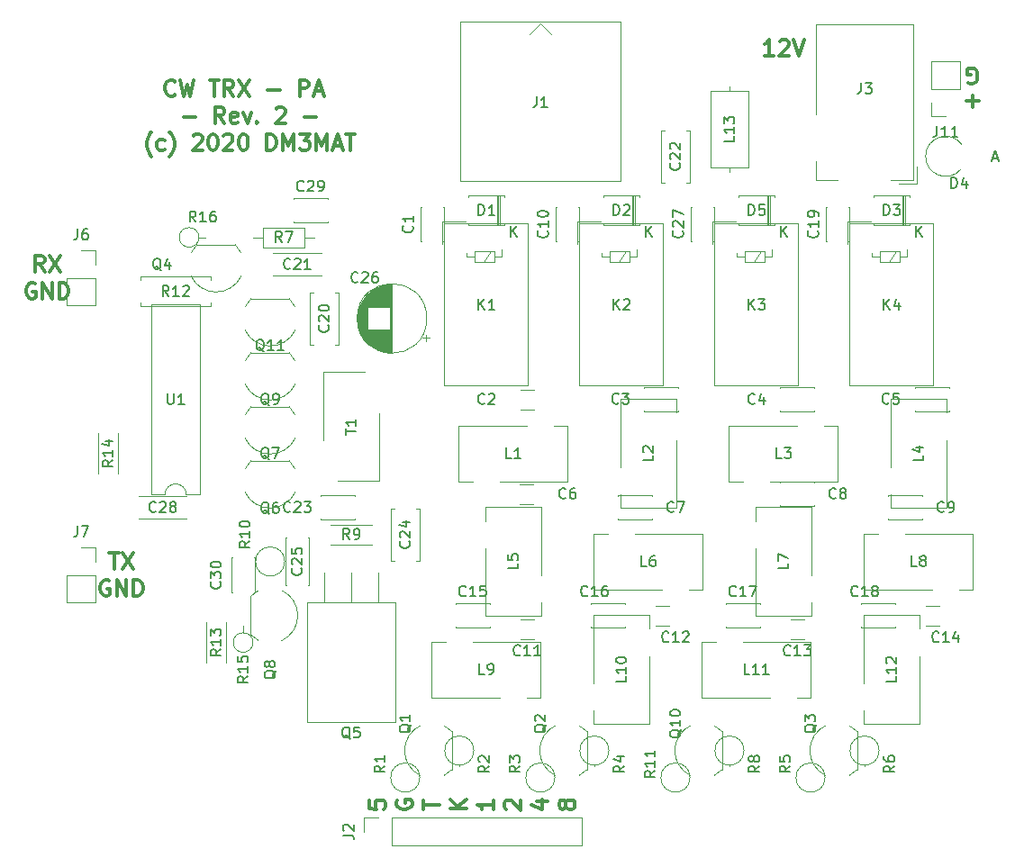
<source format=gbr>
%TF.GenerationSoftware,KiCad,Pcbnew,5.1.6-c6e7f7d~86~ubuntu18.04.1*%
%TF.CreationDate,2020-05-15T23:17:01+02:00*%
%TF.ProjectId,pa,70612e6b-6963-4616-945f-706362585858,rev?*%
%TF.SameCoordinates,Original*%
%TF.FileFunction,Legend,Top*%
%TF.FilePolarity,Positive*%
%FSLAX46Y46*%
G04 Gerber Fmt 4.6, Leading zero omitted, Abs format (unit mm)*
G04 Created by KiCad (PCBNEW 5.1.6-c6e7f7d~86~ubuntu18.04.1) date 2020-05-15 23:17:01*
%MOMM*%
%LPD*%
G01*
G04 APERTURE LIST*
%ADD10C,0.300000*%
%ADD11C,0.120000*%
%ADD12C,0.150000*%
G04 APERTURE END LIST*
D10*
X142401428Y-53208571D02*
X141544285Y-53208571D01*
X141972857Y-53208571D02*
X141972857Y-51708571D01*
X141830000Y-51922857D01*
X141687142Y-52065714D01*
X141544285Y-52137142D01*
X142972857Y-51851428D02*
X143044285Y-51780000D01*
X143187142Y-51708571D01*
X143544285Y-51708571D01*
X143687142Y-51780000D01*
X143758571Y-51851428D01*
X143830000Y-51994285D01*
X143830000Y-52137142D01*
X143758571Y-52351428D01*
X142901428Y-53208571D01*
X143830000Y-53208571D01*
X144258571Y-51708571D02*
X144758571Y-53208571D01*
X145258571Y-51708571D01*
X161681428Y-57507857D02*
X160538571Y-57507857D01*
X161110000Y-56936428D02*
X161110000Y-58079285D01*
X160717142Y-55815000D02*
X160860000Y-55886428D01*
X161074285Y-55886428D01*
X161288571Y-55815000D01*
X161431428Y-55672142D01*
X161502857Y-55529285D01*
X161574285Y-55243571D01*
X161574285Y-55029285D01*
X161502857Y-54743571D01*
X161431428Y-54600714D01*
X161288571Y-54457857D01*
X161074285Y-54386428D01*
X160931428Y-54386428D01*
X160717142Y-54457857D01*
X160645714Y-54529285D01*
X160645714Y-55029285D01*
X160931428Y-55029285D01*
X86129285Y-56865714D02*
X86057857Y-56937142D01*
X85843571Y-57008571D01*
X85700714Y-57008571D01*
X85486428Y-56937142D01*
X85343571Y-56794285D01*
X85272142Y-56651428D01*
X85200714Y-56365714D01*
X85200714Y-56151428D01*
X85272142Y-55865714D01*
X85343571Y-55722857D01*
X85486428Y-55580000D01*
X85700714Y-55508571D01*
X85843571Y-55508571D01*
X86057857Y-55580000D01*
X86129285Y-55651428D01*
X86629285Y-55508571D02*
X86986428Y-57008571D01*
X87272142Y-55937142D01*
X87557857Y-57008571D01*
X87915000Y-55508571D01*
X89415000Y-55508571D02*
X90272142Y-55508571D01*
X89843571Y-57008571D02*
X89843571Y-55508571D01*
X91629285Y-57008571D02*
X91129285Y-56294285D01*
X90772142Y-57008571D02*
X90772142Y-55508571D01*
X91343571Y-55508571D01*
X91486428Y-55580000D01*
X91557857Y-55651428D01*
X91629285Y-55794285D01*
X91629285Y-56008571D01*
X91557857Y-56151428D01*
X91486428Y-56222857D01*
X91343571Y-56294285D01*
X90772142Y-56294285D01*
X92129285Y-55508571D02*
X93129285Y-57008571D01*
X93129285Y-55508571D02*
X92129285Y-57008571D01*
X94843571Y-56437142D02*
X95986428Y-56437142D01*
X97843571Y-57008571D02*
X97843571Y-55508571D01*
X98415000Y-55508571D01*
X98557857Y-55580000D01*
X98629285Y-55651428D01*
X98700714Y-55794285D01*
X98700714Y-56008571D01*
X98629285Y-56151428D01*
X98557857Y-56222857D01*
X98415000Y-56294285D01*
X97843571Y-56294285D01*
X99272142Y-56580000D02*
X99986428Y-56580000D01*
X99129285Y-57008571D02*
X99629285Y-55508571D01*
X100129285Y-57008571D01*
X86915000Y-58987142D02*
X88057857Y-58987142D01*
X90772142Y-59558571D02*
X90272142Y-58844285D01*
X89915000Y-59558571D02*
X89915000Y-58058571D01*
X90486428Y-58058571D01*
X90629285Y-58130000D01*
X90700714Y-58201428D01*
X90772142Y-58344285D01*
X90772142Y-58558571D01*
X90700714Y-58701428D01*
X90629285Y-58772857D01*
X90486428Y-58844285D01*
X89915000Y-58844285D01*
X91986428Y-59487142D02*
X91843571Y-59558571D01*
X91557857Y-59558571D01*
X91415000Y-59487142D01*
X91343571Y-59344285D01*
X91343571Y-58772857D01*
X91415000Y-58630000D01*
X91557857Y-58558571D01*
X91843571Y-58558571D01*
X91986428Y-58630000D01*
X92057857Y-58772857D01*
X92057857Y-58915714D01*
X91343571Y-59058571D01*
X92557857Y-58558571D02*
X92915000Y-59558571D01*
X93272142Y-58558571D01*
X93843571Y-59415714D02*
X93915000Y-59487142D01*
X93843571Y-59558571D01*
X93772142Y-59487142D01*
X93843571Y-59415714D01*
X93843571Y-59558571D01*
X95629285Y-58201428D02*
X95700714Y-58130000D01*
X95843571Y-58058571D01*
X96200714Y-58058571D01*
X96343571Y-58130000D01*
X96415000Y-58201428D01*
X96486428Y-58344285D01*
X96486428Y-58487142D01*
X96415000Y-58701428D01*
X95557857Y-59558571D01*
X96486428Y-59558571D01*
X98272142Y-58987142D02*
X99415000Y-58987142D01*
X83915000Y-62680000D02*
X83843571Y-62608571D01*
X83700714Y-62394285D01*
X83629285Y-62251428D01*
X83557857Y-62037142D01*
X83486428Y-61680000D01*
X83486428Y-61394285D01*
X83557857Y-61037142D01*
X83629285Y-60822857D01*
X83700714Y-60680000D01*
X83843571Y-60465714D01*
X83915000Y-60394285D01*
X85129285Y-62037142D02*
X84986428Y-62108571D01*
X84700714Y-62108571D01*
X84557857Y-62037142D01*
X84486428Y-61965714D01*
X84415000Y-61822857D01*
X84415000Y-61394285D01*
X84486428Y-61251428D01*
X84557857Y-61180000D01*
X84700714Y-61108571D01*
X84986428Y-61108571D01*
X85129285Y-61180000D01*
X85629285Y-62680000D02*
X85700714Y-62608571D01*
X85843571Y-62394285D01*
X85915000Y-62251428D01*
X85986428Y-62037142D01*
X86057857Y-61680000D01*
X86057857Y-61394285D01*
X85986428Y-61037142D01*
X85915000Y-60822857D01*
X85843571Y-60680000D01*
X85700714Y-60465714D01*
X85629285Y-60394285D01*
X87843571Y-60751428D02*
X87915000Y-60680000D01*
X88057857Y-60608571D01*
X88415000Y-60608571D01*
X88557857Y-60680000D01*
X88629285Y-60751428D01*
X88700714Y-60894285D01*
X88700714Y-61037142D01*
X88629285Y-61251428D01*
X87772142Y-62108571D01*
X88700714Y-62108571D01*
X89629285Y-60608571D02*
X89772142Y-60608571D01*
X89915000Y-60680000D01*
X89986428Y-60751428D01*
X90057857Y-60894285D01*
X90129285Y-61180000D01*
X90129285Y-61537142D01*
X90057857Y-61822857D01*
X89986428Y-61965714D01*
X89915000Y-62037142D01*
X89772142Y-62108571D01*
X89629285Y-62108571D01*
X89486428Y-62037142D01*
X89415000Y-61965714D01*
X89343571Y-61822857D01*
X89272142Y-61537142D01*
X89272142Y-61180000D01*
X89343571Y-60894285D01*
X89415000Y-60751428D01*
X89486428Y-60680000D01*
X89629285Y-60608571D01*
X90700714Y-60751428D02*
X90772142Y-60680000D01*
X90915000Y-60608571D01*
X91272142Y-60608571D01*
X91415000Y-60680000D01*
X91486428Y-60751428D01*
X91557857Y-60894285D01*
X91557857Y-61037142D01*
X91486428Y-61251428D01*
X90629285Y-62108571D01*
X91557857Y-62108571D01*
X92486428Y-60608571D02*
X92629285Y-60608571D01*
X92772142Y-60680000D01*
X92843571Y-60751428D01*
X92915000Y-60894285D01*
X92986428Y-61180000D01*
X92986428Y-61537142D01*
X92915000Y-61822857D01*
X92843571Y-61965714D01*
X92772142Y-62037142D01*
X92629285Y-62108571D01*
X92486428Y-62108571D01*
X92343571Y-62037142D01*
X92272142Y-61965714D01*
X92200714Y-61822857D01*
X92129285Y-61537142D01*
X92129285Y-61180000D01*
X92200714Y-60894285D01*
X92272142Y-60751428D01*
X92343571Y-60680000D01*
X92486428Y-60608571D01*
X94772142Y-62108571D02*
X94772142Y-60608571D01*
X95129285Y-60608571D01*
X95343571Y-60680000D01*
X95486428Y-60822857D01*
X95557857Y-60965714D01*
X95629285Y-61251428D01*
X95629285Y-61465714D01*
X95557857Y-61751428D01*
X95486428Y-61894285D01*
X95343571Y-62037142D01*
X95129285Y-62108571D01*
X94772142Y-62108571D01*
X96272142Y-62108571D02*
X96272142Y-60608571D01*
X96772142Y-61680000D01*
X97272142Y-60608571D01*
X97272142Y-62108571D01*
X97843571Y-60608571D02*
X98772142Y-60608571D01*
X98272142Y-61180000D01*
X98486428Y-61180000D01*
X98629285Y-61251428D01*
X98700714Y-61322857D01*
X98772142Y-61465714D01*
X98772142Y-61822857D01*
X98700714Y-61965714D01*
X98629285Y-62037142D01*
X98486428Y-62108571D01*
X98057857Y-62108571D01*
X97915000Y-62037142D01*
X97843571Y-61965714D01*
X99415000Y-62108571D02*
X99415000Y-60608571D01*
X99915000Y-61680000D01*
X100415000Y-60608571D01*
X100415000Y-62108571D01*
X101057857Y-61680000D02*
X101772142Y-61680000D01*
X100915000Y-62108571D02*
X101415000Y-60608571D01*
X101915000Y-62108571D01*
X102200714Y-60608571D02*
X103057857Y-60608571D01*
X102629285Y-62108571D02*
X102629285Y-60608571D01*
X104373571Y-123292857D02*
X104373571Y-124007142D01*
X105087857Y-124078571D01*
X105016428Y-124007142D01*
X104945000Y-123864285D01*
X104945000Y-123507142D01*
X105016428Y-123364285D01*
X105087857Y-123292857D01*
X105230714Y-123221428D01*
X105587857Y-123221428D01*
X105730714Y-123292857D01*
X105802142Y-123364285D01*
X105873571Y-123507142D01*
X105873571Y-123864285D01*
X105802142Y-124007142D01*
X105730714Y-124078571D01*
X106995000Y-123257142D02*
X106923571Y-123400000D01*
X106923571Y-123614285D01*
X106995000Y-123828571D01*
X107137857Y-123971428D01*
X107280714Y-124042857D01*
X107566428Y-124114285D01*
X107780714Y-124114285D01*
X108066428Y-124042857D01*
X108209285Y-123971428D01*
X108352142Y-123828571D01*
X108423571Y-123614285D01*
X108423571Y-123471428D01*
X108352142Y-123257142D01*
X108280714Y-123185714D01*
X107780714Y-123185714D01*
X107780714Y-123471428D01*
X109473571Y-124078571D02*
X109473571Y-123221428D01*
X110973571Y-123650000D02*
X109473571Y-123650000D01*
X113523571Y-124042857D02*
X112023571Y-124042857D01*
X113523571Y-123185714D02*
X112666428Y-123828571D01*
X112023571Y-123185714D02*
X112880714Y-124042857D01*
X116073571Y-123221428D02*
X116073571Y-124078571D01*
X116073571Y-123650000D02*
X114573571Y-123650000D01*
X114787857Y-123792857D01*
X114930714Y-123935714D01*
X115002142Y-124078571D01*
X117266428Y-124078571D02*
X117195000Y-124007142D01*
X117123571Y-123864285D01*
X117123571Y-123507142D01*
X117195000Y-123364285D01*
X117266428Y-123292857D01*
X117409285Y-123221428D01*
X117552142Y-123221428D01*
X117766428Y-123292857D01*
X118623571Y-124150000D01*
X118623571Y-123221428D01*
X120173571Y-123364285D02*
X121173571Y-123364285D01*
X119602142Y-123721428D02*
X120673571Y-124078571D01*
X120673571Y-123150000D01*
X122866428Y-123792857D02*
X122795000Y-123935714D01*
X122723571Y-124007142D01*
X122580714Y-124078571D01*
X122509285Y-124078571D01*
X122366428Y-124007142D01*
X122295000Y-123935714D01*
X122223571Y-123792857D01*
X122223571Y-123507142D01*
X122295000Y-123364285D01*
X122366428Y-123292857D01*
X122509285Y-123221428D01*
X122580714Y-123221428D01*
X122723571Y-123292857D01*
X122795000Y-123364285D01*
X122866428Y-123507142D01*
X122866428Y-123792857D01*
X122937857Y-123935714D01*
X123009285Y-124007142D01*
X123152142Y-124078571D01*
X123437857Y-124078571D01*
X123580714Y-124007142D01*
X123652142Y-123935714D01*
X123723571Y-123792857D01*
X123723571Y-123507142D01*
X123652142Y-123364285D01*
X123580714Y-123292857D01*
X123437857Y-123221428D01*
X123152142Y-123221428D01*
X123009285Y-123292857D01*
X122937857Y-123364285D01*
X122866428Y-123507142D01*
X79957142Y-99963571D02*
X80814285Y-99963571D01*
X80385714Y-101463571D02*
X80385714Y-99963571D01*
X81171428Y-99963571D02*
X82171428Y-101463571D01*
X82171428Y-99963571D02*
X81171428Y-101463571D01*
X79957142Y-102585000D02*
X79814285Y-102513571D01*
X79600000Y-102513571D01*
X79385714Y-102585000D01*
X79242857Y-102727857D01*
X79171428Y-102870714D01*
X79100000Y-103156428D01*
X79100000Y-103370714D01*
X79171428Y-103656428D01*
X79242857Y-103799285D01*
X79385714Y-103942142D01*
X79600000Y-104013571D01*
X79742857Y-104013571D01*
X79957142Y-103942142D01*
X80028571Y-103870714D01*
X80028571Y-103370714D01*
X79742857Y-103370714D01*
X80671428Y-104013571D02*
X80671428Y-102513571D01*
X81528571Y-104013571D01*
X81528571Y-102513571D01*
X82242857Y-104013571D02*
X82242857Y-102513571D01*
X82600000Y-102513571D01*
X82814285Y-102585000D01*
X82957142Y-102727857D01*
X83028571Y-102870714D01*
X83100000Y-103156428D01*
X83100000Y-103370714D01*
X83028571Y-103656428D01*
X82957142Y-103799285D01*
X82814285Y-103942142D01*
X82600000Y-104013571D01*
X82242857Y-104013571D01*
X73865000Y-73523571D02*
X73365000Y-72809285D01*
X73007857Y-73523571D02*
X73007857Y-72023571D01*
X73579285Y-72023571D01*
X73722142Y-72095000D01*
X73793571Y-72166428D01*
X73865000Y-72309285D01*
X73865000Y-72523571D01*
X73793571Y-72666428D01*
X73722142Y-72737857D01*
X73579285Y-72809285D01*
X73007857Y-72809285D01*
X74365000Y-72023571D02*
X75365000Y-73523571D01*
X75365000Y-72023571D02*
X74365000Y-73523571D01*
X72972142Y-74645000D02*
X72829285Y-74573571D01*
X72615000Y-74573571D01*
X72400714Y-74645000D01*
X72257857Y-74787857D01*
X72186428Y-74930714D01*
X72115000Y-75216428D01*
X72115000Y-75430714D01*
X72186428Y-75716428D01*
X72257857Y-75859285D01*
X72400714Y-76002142D01*
X72615000Y-76073571D01*
X72757857Y-76073571D01*
X72972142Y-76002142D01*
X73043571Y-75930714D01*
X73043571Y-75430714D01*
X72757857Y-75430714D01*
X73686428Y-76073571D02*
X73686428Y-74573571D01*
X74543571Y-76073571D01*
X74543571Y-74573571D01*
X75257857Y-76073571D02*
X75257857Y-74573571D01*
X75615000Y-74573571D01*
X75829285Y-74645000D01*
X75972142Y-74787857D01*
X76043571Y-74930714D01*
X76115000Y-75216428D01*
X76115000Y-75430714D01*
X76043571Y-75716428D01*
X75972142Y-75859285D01*
X75829285Y-76002142D01*
X75615000Y-76073571D01*
X75257857Y-76073571D01*
D11*
%TO.C,C30*%
X91475000Y-103660000D02*
X91410000Y-103660000D01*
X93650000Y-103660000D02*
X93585000Y-103660000D01*
X91475000Y-100420000D02*
X91410000Y-100420000D01*
X93650000Y-100420000D02*
X93585000Y-100420000D01*
X91410000Y-100420000D02*
X91410000Y-103660000D01*
X93650000Y-100420000D02*
X93650000Y-103660000D01*
%TO.C,C26*%
X109790000Y-77930000D02*
G75*
G03*
X109790000Y-77930000I-3270000J0D01*
G01*
X106520000Y-81160000D02*
X106520000Y-74700000D01*
X106480000Y-81160000D02*
X106480000Y-74700000D01*
X106440000Y-81160000D02*
X106440000Y-74700000D01*
X106400000Y-81158000D02*
X106400000Y-74702000D01*
X106360000Y-81157000D02*
X106360000Y-74703000D01*
X106320000Y-81154000D02*
X106320000Y-74706000D01*
X106280000Y-81152000D02*
X106280000Y-78970000D01*
X106280000Y-76890000D02*
X106280000Y-74708000D01*
X106240000Y-81148000D02*
X106240000Y-78970000D01*
X106240000Y-76890000D02*
X106240000Y-74712000D01*
X106200000Y-81145000D02*
X106200000Y-78970000D01*
X106200000Y-76890000D02*
X106200000Y-74715000D01*
X106160000Y-81141000D02*
X106160000Y-78970000D01*
X106160000Y-76890000D02*
X106160000Y-74719000D01*
X106120000Y-81136000D02*
X106120000Y-78970000D01*
X106120000Y-76890000D02*
X106120000Y-74724000D01*
X106080000Y-81131000D02*
X106080000Y-78970000D01*
X106080000Y-76890000D02*
X106080000Y-74729000D01*
X106040000Y-81125000D02*
X106040000Y-78970000D01*
X106040000Y-76890000D02*
X106040000Y-74735000D01*
X106000000Y-81119000D02*
X106000000Y-78970000D01*
X106000000Y-76890000D02*
X106000000Y-74741000D01*
X105960000Y-81112000D02*
X105960000Y-78970000D01*
X105960000Y-76890000D02*
X105960000Y-74748000D01*
X105920000Y-81105000D02*
X105920000Y-78970000D01*
X105920000Y-76890000D02*
X105920000Y-74755000D01*
X105880000Y-81097000D02*
X105880000Y-78970000D01*
X105880000Y-76890000D02*
X105880000Y-74763000D01*
X105840000Y-81089000D02*
X105840000Y-78970000D01*
X105840000Y-76890000D02*
X105840000Y-74771000D01*
X105799000Y-81080000D02*
X105799000Y-78970000D01*
X105799000Y-76890000D02*
X105799000Y-74780000D01*
X105759000Y-81071000D02*
X105759000Y-78970000D01*
X105759000Y-76890000D02*
X105759000Y-74789000D01*
X105719000Y-81061000D02*
X105719000Y-78970000D01*
X105719000Y-76890000D02*
X105719000Y-74799000D01*
X105679000Y-81051000D02*
X105679000Y-78970000D01*
X105679000Y-76890000D02*
X105679000Y-74809000D01*
X105639000Y-81040000D02*
X105639000Y-78970000D01*
X105639000Y-76890000D02*
X105639000Y-74820000D01*
X105599000Y-81028000D02*
X105599000Y-78970000D01*
X105599000Y-76890000D02*
X105599000Y-74832000D01*
X105559000Y-81016000D02*
X105559000Y-78970000D01*
X105559000Y-76890000D02*
X105559000Y-74844000D01*
X105519000Y-81004000D02*
X105519000Y-78970000D01*
X105519000Y-76890000D02*
X105519000Y-74856000D01*
X105479000Y-80991000D02*
X105479000Y-78970000D01*
X105479000Y-76890000D02*
X105479000Y-74869000D01*
X105439000Y-80977000D02*
X105439000Y-78970000D01*
X105439000Y-76890000D02*
X105439000Y-74883000D01*
X105399000Y-80963000D02*
X105399000Y-78970000D01*
X105399000Y-76890000D02*
X105399000Y-74897000D01*
X105359000Y-80948000D02*
X105359000Y-78970000D01*
X105359000Y-76890000D02*
X105359000Y-74912000D01*
X105319000Y-80932000D02*
X105319000Y-78970000D01*
X105319000Y-76890000D02*
X105319000Y-74928000D01*
X105279000Y-80916000D02*
X105279000Y-78970000D01*
X105279000Y-76890000D02*
X105279000Y-74944000D01*
X105239000Y-80900000D02*
X105239000Y-78970000D01*
X105239000Y-76890000D02*
X105239000Y-74960000D01*
X105199000Y-80882000D02*
X105199000Y-78970000D01*
X105199000Y-76890000D02*
X105199000Y-74978000D01*
X105159000Y-80864000D02*
X105159000Y-78970000D01*
X105159000Y-76890000D02*
X105159000Y-74996000D01*
X105119000Y-80846000D02*
X105119000Y-78970000D01*
X105119000Y-76890000D02*
X105119000Y-75014000D01*
X105079000Y-80826000D02*
X105079000Y-78970000D01*
X105079000Y-76890000D02*
X105079000Y-75034000D01*
X105039000Y-80806000D02*
X105039000Y-78970000D01*
X105039000Y-76890000D02*
X105039000Y-75054000D01*
X104999000Y-80786000D02*
X104999000Y-78970000D01*
X104999000Y-76890000D02*
X104999000Y-75074000D01*
X104959000Y-80764000D02*
X104959000Y-78970000D01*
X104959000Y-76890000D02*
X104959000Y-75096000D01*
X104919000Y-80742000D02*
X104919000Y-78970000D01*
X104919000Y-76890000D02*
X104919000Y-75118000D01*
X104879000Y-80720000D02*
X104879000Y-78970000D01*
X104879000Y-76890000D02*
X104879000Y-75140000D01*
X104839000Y-80696000D02*
X104839000Y-78970000D01*
X104839000Y-76890000D02*
X104839000Y-75164000D01*
X104799000Y-80672000D02*
X104799000Y-78970000D01*
X104799000Y-76890000D02*
X104799000Y-75188000D01*
X104759000Y-80646000D02*
X104759000Y-78970000D01*
X104759000Y-76890000D02*
X104759000Y-75214000D01*
X104719000Y-80620000D02*
X104719000Y-78970000D01*
X104719000Y-76890000D02*
X104719000Y-75240000D01*
X104679000Y-80594000D02*
X104679000Y-78970000D01*
X104679000Y-76890000D02*
X104679000Y-75266000D01*
X104639000Y-80566000D02*
X104639000Y-78970000D01*
X104639000Y-76890000D02*
X104639000Y-75294000D01*
X104599000Y-80537000D02*
X104599000Y-78970000D01*
X104599000Y-76890000D02*
X104599000Y-75323000D01*
X104559000Y-80508000D02*
X104559000Y-78970000D01*
X104559000Y-76890000D02*
X104559000Y-75352000D01*
X104519000Y-80478000D02*
X104519000Y-78970000D01*
X104519000Y-76890000D02*
X104519000Y-75382000D01*
X104479000Y-80446000D02*
X104479000Y-78970000D01*
X104479000Y-76890000D02*
X104479000Y-75414000D01*
X104439000Y-80414000D02*
X104439000Y-78970000D01*
X104439000Y-76890000D02*
X104439000Y-75446000D01*
X104399000Y-80380000D02*
X104399000Y-78970000D01*
X104399000Y-76890000D02*
X104399000Y-75480000D01*
X104359000Y-80346000D02*
X104359000Y-78970000D01*
X104359000Y-76890000D02*
X104359000Y-75514000D01*
X104319000Y-80310000D02*
X104319000Y-78970000D01*
X104319000Y-76890000D02*
X104319000Y-75550000D01*
X104279000Y-80273000D02*
X104279000Y-78970000D01*
X104279000Y-76890000D02*
X104279000Y-75587000D01*
X104239000Y-80235000D02*
X104239000Y-78970000D01*
X104239000Y-76890000D02*
X104239000Y-75625000D01*
X104199000Y-80195000D02*
X104199000Y-75665000D01*
X104159000Y-80154000D02*
X104159000Y-75706000D01*
X104119000Y-80112000D02*
X104119000Y-75748000D01*
X104079000Y-80067000D02*
X104079000Y-75793000D01*
X104039000Y-80022000D02*
X104039000Y-75838000D01*
X103999000Y-79974000D02*
X103999000Y-75886000D01*
X103959000Y-79925000D02*
X103959000Y-75935000D01*
X103919000Y-79874000D02*
X103919000Y-75986000D01*
X103879000Y-79820000D02*
X103879000Y-76040000D01*
X103839000Y-79764000D02*
X103839000Y-76096000D01*
X103799000Y-79706000D02*
X103799000Y-76154000D01*
X103759000Y-79644000D02*
X103759000Y-76216000D01*
X103719000Y-79580000D02*
X103719000Y-76280000D01*
X103679000Y-79511000D02*
X103679000Y-76349000D01*
X103639000Y-79439000D02*
X103639000Y-76421000D01*
X103599000Y-79362000D02*
X103599000Y-76498000D01*
X103559000Y-79280000D02*
X103559000Y-76580000D01*
X103519000Y-79192000D02*
X103519000Y-76668000D01*
X103479000Y-79095000D02*
X103479000Y-76765000D01*
X103439000Y-78989000D02*
X103439000Y-76871000D01*
X103399000Y-78870000D02*
X103399000Y-76990000D01*
X103359000Y-78732000D02*
X103359000Y-77128000D01*
X103319000Y-78563000D02*
X103319000Y-77297000D01*
X103279000Y-78332000D02*
X103279000Y-77528000D01*
X110020241Y-79769000D02*
X109390241Y-79769000D01*
X109705241Y-80084000D02*
X109705241Y-79454000D01*
%TO.C,C28*%
X87220000Y-96780000D02*
X82680000Y-96780000D01*
X87220000Y-94640000D02*
X82680000Y-94640000D01*
X87220000Y-96780000D02*
X87220000Y-96765000D01*
X87220000Y-94655000D02*
X87220000Y-94640000D01*
X82680000Y-96780000D02*
X82680000Y-96765000D01*
X82680000Y-94655000D02*
X82680000Y-94640000D01*
%TO.C,R14*%
X78910000Y-92550000D02*
X78910000Y-88710000D01*
X80750000Y-92550000D02*
X80750000Y-88710000D01*
%TO.C,L7*%
X140710000Y-105910000D02*
X140713800Y-99520000D01*
X140710000Y-96980000D02*
X140710000Y-95670000D01*
X145950000Y-105910000D02*
X145950000Y-104600000D01*
X145950000Y-102060000D02*
X145950000Y-95670000D01*
X140710000Y-105910000D02*
X145950000Y-105910000D01*
X140710000Y-95670000D02*
X145950000Y-95670000D01*
%TO.C,L3*%
X138210000Y-88010000D02*
X144600000Y-88013800D01*
X147140000Y-88010000D02*
X148450000Y-88010000D01*
X138210000Y-93250000D02*
X139520000Y-93250000D01*
X142060000Y-93250000D02*
X148450000Y-93250000D01*
X138210000Y-88010000D02*
X138210000Y-93250000D01*
X148450000Y-88010000D02*
X148450000Y-93250000D01*
%TO.C,L5*%
X115310000Y-105910000D02*
X115313800Y-99520000D01*
X115310000Y-96980000D02*
X115310000Y-95670000D01*
X120550000Y-105910000D02*
X120550000Y-104600000D01*
X120550000Y-102060000D02*
X120550000Y-95670000D01*
X115310000Y-105910000D02*
X120550000Y-105910000D01*
X115310000Y-95670000D02*
X120550000Y-95670000D01*
%TO.C,L1*%
X112810000Y-88010000D02*
X119200000Y-88013800D01*
X121740000Y-88010000D02*
X123050000Y-88010000D01*
X112810000Y-93250000D02*
X114120000Y-93250000D01*
X116660000Y-93250000D02*
X123050000Y-93250000D01*
X112810000Y-88010000D02*
X112810000Y-93250000D01*
X123050000Y-88010000D02*
X123050000Y-93250000D01*
%TO.C,C29*%
X97240000Y-66650000D02*
X100480000Y-66650000D01*
X97240000Y-68890000D02*
X100480000Y-68890000D01*
X97240000Y-66650000D02*
X97240000Y-66715000D01*
X97240000Y-68825000D02*
X97240000Y-68890000D01*
X100480000Y-66650000D02*
X100480000Y-66715000D01*
X100480000Y-68825000D02*
X100480000Y-68890000D01*
%TO.C,C25*%
X96540000Y-103060000D02*
X96540000Y-98520000D01*
X98680000Y-103060000D02*
X98680000Y-98520000D01*
X96540000Y-103060000D02*
X96555000Y-103060000D01*
X98665000Y-103060000D02*
X98680000Y-103060000D01*
X96540000Y-98520000D02*
X96555000Y-98520000D01*
X98665000Y-98520000D02*
X98680000Y-98520000D01*
%TO.C,C21*%
X95340000Y-71780000D02*
X99880000Y-71780000D01*
X95340000Y-73920000D02*
X99880000Y-73920000D01*
X95340000Y-71780000D02*
X95340000Y-71795000D01*
X95340000Y-73905000D02*
X95340000Y-73920000D01*
X99880000Y-71780000D02*
X99880000Y-71795000D01*
X99880000Y-73905000D02*
X99880000Y-73920000D01*
%TO.C,R12*%
X89450000Y-76430000D02*
X89450000Y-76760000D01*
X89450000Y-76760000D02*
X82910000Y-76760000D01*
X82910000Y-76760000D02*
X82910000Y-76430000D01*
X89450000Y-74350000D02*
X89450000Y-74020000D01*
X89450000Y-74020000D02*
X82910000Y-74020000D01*
X82910000Y-74020000D02*
X82910000Y-74350000D01*
%TO.C,R10*%
X96440000Y-100790000D02*
G75*
G03*
X96440000Y-100790000I-1370000J0D01*
G01*
X95070000Y-99420000D02*
X95070000Y-99350000D01*
%TO.C,Q5*%
X106810000Y-104670000D02*
X98570000Y-104670000D01*
X106810000Y-115910000D02*
X98570000Y-115910000D01*
X106810000Y-115910000D02*
X106810000Y-104670000D01*
X98570000Y-115910000D02*
X98570000Y-104670000D01*
X105230000Y-104670000D02*
X105230000Y-101840000D01*
X102690000Y-104670000D02*
X102690000Y-101856000D01*
X100150000Y-104670000D02*
X100150000Y-101856000D01*
%TO.C,C27*%
X134590000Y-70680000D02*
X134590000Y-67440000D01*
X136830000Y-70680000D02*
X136830000Y-67440000D01*
X134590000Y-70680000D02*
X134655000Y-70680000D01*
X136765000Y-70680000D02*
X136830000Y-70680000D01*
X134590000Y-67440000D02*
X134655000Y-67440000D01*
X136765000Y-67440000D02*
X136830000Y-67440000D01*
%TO.C,C19*%
X147290000Y-70680000D02*
X147290000Y-67440000D01*
X149530000Y-70680000D02*
X149530000Y-67440000D01*
X147290000Y-70680000D02*
X147355000Y-70680000D01*
X149465000Y-70680000D02*
X149530000Y-70680000D01*
X147290000Y-67440000D02*
X147355000Y-67440000D01*
X149465000Y-67440000D02*
X149530000Y-67440000D01*
%TO.C,C10*%
X121890000Y-70680000D02*
X121890000Y-67440000D01*
X124130000Y-70680000D02*
X124130000Y-67440000D01*
X121890000Y-70680000D02*
X121955000Y-70680000D01*
X124065000Y-70680000D02*
X124130000Y-70680000D01*
X121890000Y-67440000D02*
X121955000Y-67440000D01*
X124065000Y-67440000D02*
X124130000Y-67440000D01*
%TO.C,C1*%
X109190000Y-70680000D02*
X109190000Y-67440000D01*
X111430000Y-70680000D02*
X111430000Y-67440000D01*
X109190000Y-70680000D02*
X109255000Y-70680000D01*
X111365000Y-70680000D02*
X111430000Y-70680000D01*
X109190000Y-67440000D02*
X109255000Y-67440000D01*
X111365000Y-67440000D02*
X111430000Y-67440000D01*
%TO.C,J11*%
X159900000Y-56340000D02*
X157240000Y-56340000D01*
X159900000Y-56340000D02*
X159900000Y-53740000D01*
X159900000Y-53740000D02*
X157240000Y-53740000D01*
X157240000Y-56340000D02*
X157240000Y-53740000D01*
X157240000Y-58940000D02*
X157240000Y-57610000D01*
X158570000Y-58940000D02*
X157240000Y-58940000D01*
%TO.C,U1*%
X87180000Y-94500000D02*
X88430000Y-94500000D01*
X88430000Y-94500000D02*
X88430000Y-76600000D01*
X88430000Y-76600000D02*
X83930000Y-76600000D01*
X83930000Y-76600000D02*
X83930000Y-94500000D01*
X83930000Y-94500000D02*
X85180000Y-94500000D01*
X85180000Y-94500000D02*
G75*
G02*
X87180000Y-94500000I1000000J0D01*
G01*
%TO.C,T1*%
X105310000Y-86820000D02*
X105310000Y-93210000D01*
X100070000Y-82970000D02*
X100070000Y-89360000D01*
X103960000Y-82970000D02*
X100070000Y-82970000D01*
X105310000Y-93210000D02*
X101420000Y-93210000D01*
%TO.C,R16*%
X88370000Y-70310000D02*
G75*
G03*
X88370000Y-70310000I-920000J0D01*
G01*
X88370000Y-70310000D02*
X88990000Y-70310000D01*
%TO.C,R15*%
X93450000Y-108410000D02*
G75*
G03*
X93450000Y-108410000I-920000J0D01*
G01*
X92530000Y-107490000D02*
X92530000Y-106870000D01*
%TO.C,R13*%
X90910000Y-106490000D02*
X90910000Y-110330000D01*
X89070000Y-106490000D02*
X89070000Y-110330000D01*
%TO.C,R11*%
X134540000Y-121110000D02*
G75*
G03*
X134540000Y-121110000I-1370000J0D01*
G01*
X133170000Y-119740000D02*
X133170000Y-119670000D01*
%TO.C,R9*%
X100770000Y-97330000D02*
X104610000Y-97330000D01*
X100770000Y-99170000D02*
X104610000Y-99170000D01*
%TO.C,R8*%
X139620000Y-118570000D02*
G75*
G03*
X139620000Y-118570000I-1370000J0D01*
G01*
X138250000Y-119940000D02*
X138250000Y-120010000D01*
%TO.C,R7*%
X94420000Y-69390000D02*
X94420000Y-71230000D01*
X94420000Y-71230000D02*
X98260000Y-71230000D01*
X98260000Y-71230000D02*
X98260000Y-69390000D01*
X98260000Y-69390000D02*
X94420000Y-69390000D01*
X93470000Y-70310000D02*
X94420000Y-70310000D01*
X99210000Y-70310000D02*
X98260000Y-70310000D01*
%TO.C,R6*%
X152320000Y-118570000D02*
G75*
G03*
X152320000Y-118570000I-1370000J0D01*
G01*
X150950000Y-119940000D02*
X150950000Y-120010000D01*
%TO.C,R5*%
X147240000Y-121110000D02*
G75*
G03*
X147240000Y-121110000I-1370000J0D01*
G01*
X145870000Y-119740000D02*
X145870000Y-119670000D01*
%TO.C,R4*%
X126920000Y-118570000D02*
G75*
G03*
X126920000Y-118570000I-1370000J0D01*
G01*
X125550000Y-119940000D02*
X125550000Y-120010000D01*
%TO.C,R3*%
X121840000Y-121110000D02*
G75*
G03*
X121840000Y-121110000I-1370000J0D01*
G01*
X120470000Y-119740000D02*
X120470000Y-119670000D01*
%TO.C,R2*%
X114220000Y-118570000D02*
G75*
G03*
X114220000Y-118570000I-1370000J0D01*
G01*
X112850000Y-119940000D02*
X112850000Y-120010000D01*
%TO.C,R1*%
X109140000Y-121110000D02*
G75*
G03*
X109140000Y-121110000I-1370000J0D01*
G01*
X107770000Y-119740000D02*
X107770000Y-119670000D01*
%TO.C,Q11*%
X96870000Y-76080000D02*
X93270000Y-76080000D01*
X92745816Y-76807205D02*
G75*
G02*
X93270000Y-76080000I2324184J-1122795D01*
G01*
X92713600Y-79028807D02*
G75*
G03*
X95070000Y-80530000I2356400J1098807D01*
G01*
X97426400Y-79028807D02*
G75*
G02*
X95070000Y-80530000I-2356400J1098807D01*
G01*
X97394184Y-76807205D02*
G75*
G03*
X96870000Y-76080000I-2324184J-1122795D01*
G01*
%TO.C,Q10*%
X137560000Y-120370000D02*
X137560000Y-116770000D01*
X136832795Y-116245816D02*
G75*
G02*
X137560000Y-116770000I-1122795J-2324184D01*
G01*
X134611193Y-116213600D02*
G75*
G03*
X133110000Y-118570000I1098807J-2356400D01*
G01*
X134611193Y-120926400D02*
G75*
G02*
X133110000Y-118570000I1098807J2356400D01*
G01*
X136832795Y-120894184D02*
G75*
G03*
X137560000Y-120370000I-1122795J2324184D01*
G01*
%TO.C,Q9*%
X96870000Y-81160000D02*
X93270000Y-81160000D01*
X92745816Y-81887205D02*
G75*
G02*
X93270000Y-81160000I2324184J-1122795D01*
G01*
X92713600Y-84108807D02*
G75*
G03*
X95070000Y-85610000I2356400J1098807D01*
G01*
X97426400Y-84108807D02*
G75*
G02*
X95070000Y-85610000I-2356400J1098807D01*
G01*
X97394184Y-81887205D02*
G75*
G03*
X96870000Y-81160000I-2324184J-1122795D01*
G01*
%TO.C,Q8*%
X93220000Y-104070000D02*
X93220000Y-107670000D01*
X93947205Y-108194184D02*
G75*
G02*
X93220000Y-107670000I1122795J2324184D01*
G01*
X96168807Y-108226400D02*
G75*
G03*
X97670000Y-105870000I-1098807J2356400D01*
G01*
X96168807Y-103513600D02*
G75*
G02*
X97670000Y-105870000I-1098807J-2356400D01*
G01*
X93947205Y-103545816D02*
G75*
G03*
X93220000Y-104070000I1122795J-2324184D01*
G01*
%TO.C,Q7*%
X96870000Y-86240000D02*
X93270000Y-86240000D01*
X92745816Y-86967205D02*
G75*
G02*
X93270000Y-86240000I2324184J-1122795D01*
G01*
X92713600Y-89188807D02*
G75*
G03*
X95070000Y-90690000I2356400J1098807D01*
G01*
X97426400Y-89188807D02*
G75*
G02*
X95070000Y-90690000I-2356400J1098807D01*
G01*
X97394184Y-86967205D02*
G75*
G03*
X96870000Y-86240000I-2324184J-1122795D01*
G01*
%TO.C,Q6*%
X96870000Y-91320000D02*
X93270000Y-91320000D01*
X92745816Y-92047205D02*
G75*
G02*
X93270000Y-91320000I2324184J-1122795D01*
G01*
X92713600Y-94268807D02*
G75*
G03*
X95070000Y-95770000I2356400J1098807D01*
G01*
X97426400Y-94268807D02*
G75*
G02*
X95070000Y-95770000I-2356400J1098807D01*
G01*
X97394184Y-92047205D02*
G75*
G03*
X96870000Y-91320000I-2324184J-1122795D01*
G01*
%TO.C,Q4*%
X91790000Y-71000000D02*
X88190000Y-71000000D01*
X87665816Y-71727205D02*
G75*
G02*
X88190000Y-71000000I2324184J-1122795D01*
G01*
X87633600Y-73948807D02*
G75*
G03*
X89990000Y-75450000I2356400J1098807D01*
G01*
X92346400Y-73948807D02*
G75*
G02*
X89990000Y-75450000I-2356400J1098807D01*
G01*
X92314184Y-71727205D02*
G75*
G03*
X91790000Y-71000000I-2324184J-1122795D01*
G01*
%TO.C,Q3*%
X150260000Y-120370000D02*
X150260000Y-116770000D01*
X149532795Y-116245816D02*
G75*
G02*
X150260000Y-116770000I-1122795J-2324184D01*
G01*
X147311193Y-116213600D02*
G75*
G03*
X145810000Y-118570000I1098807J-2356400D01*
G01*
X147311193Y-120926400D02*
G75*
G02*
X145810000Y-118570000I1098807J2356400D01*
G01*
X149532795Y-120894184D02*
G75*
G03*
X150260000Y-120370000I-1122795J2324184D01*
G01*
%TO.C,Q2*%
X124860000Y-120370000D02*
X124860000Y-116770000D01*
X124132795Y-116245816D02*
G75*
G02*
X124860000Y-116770000I-1122795J-2324184D01*
G01*
X121911193Y-116213600D02*
G75*
G03*
X120410000Y-118570000I1098807J-2356400D01*
G01*
X121911193Y-120926400D02*
G75*
G02*
X120410000Y-118570000I1098807J2356400D01*
G01*
X124132795Y-120894184D02*
G75*
G03*
X124860000Y-120370000I-1122795J2324184D01*
G01*
%TO.C,Q1*%
X112160000Y-120370000D02*
X112160000Y-116770000D01*
X111432795Y-116245816D02*
G75*
G02*
X112160000Y-116770000I-1122795J-2324184D01*
G01*
X109211193Y-116213600D02*
G75*
G03*
X107710000Y-118570000I1098807J-2356400D01*
G01*
X109211193Y-120926400D02*
G75*
G02*
X107710000Y-118570000I1098807J2356400D01*
G01*
X111432795Y-120894184D02*
G75*
G03*
X112160000Y-120370000I-1122795J2324184D01*
G01*
%TO.C,L13*%
X136480000Y-63770000D02*
X140020000Y-63770000D01*
X140020000Y-63770000D02*
X140020000Y-56530000D01*
X140020000Y-56530000D02*
X136480000Y-56530000D01*
X136480000Y-56530000D02*
X136480000Y-63770000D01*
X138250000Y-64190000D02*
X138250000Y-63770000D01*
X138250000Y-56110000D02*
X138250000Y-56530000D01*
%TO.C,L12*%
X156110000Y-105830000D02*
X156106200Y-107114600D01*
X156110000Y-109680000D02*
X156110000Y-116070000D01*
X150870000Y-105830000D02*
X150870000Y-112220000D01*
X150870000Y-114760000D02*
X150870000Y-116070000D01*
X156110000Y-105830000D02*
X150870000Y-105830000D01*
X156110000Y-116070000D02*
X150870000Y-116070000D01*
%TO.C,L11*%
X145910000Y-113570000D02*
X144625400Y-113566200D01*
X142060000Y-113570000D02*
X135670000Y-113570000D01*
X145910000Y-108330000D02*
X139520000Y-108330000D01*
X136980000Y-108330000D02*
X135670000Y-108330000D01*
X145910000Y-113570000D02*
X145910000Y-108330000D01*
X135670000Y-113570000D02*
X135670000Y-108330000D01*
%TO.C,L10*%
X130710000Y-105830000D02*
X130706200Y-107114600D01*
X130710000Y-109680000D02*
X130710000Y-116070000D01*
X125470000Y-105830000D02*
X125470000Y-112220000D01*
X125470000Y-114760000D02*
X125470000Y-116070000D01*
X130710000Y-105830000D02*
X125470000Y-105830000D01*
X130710000Y-116070000D02*
X125470000Y-116070000D01*
%TO.C,L9*%
X120510000Y-113570000D02*
X119225400Y-113566200D01*
X116660000Y-113570000D02*
X110270000Y-113570000D01*
X120510000Y-108330000D02*
X114120000Y-108330000D01*
X111580000Y-108330000D02*
X110270000Y-108330000D01*
X120510000Y-113570000D02*
X120510000Y-108330000D01*
X110270000Y-113570000D02*
X110270000Y-108330000D01*
%TO.C,L8*%
X150910000Y-98170000D02*
X152194600Y-98173800D01*
X154760000Y-98170000D02*
X161150000Y-98170000D01*
X150910000Y-103410000D02*
X157300000Y-103410000D01*
X159840000Y-103410000D02*
X161150000Y-103410000D01*
X150910000Y-98170000D02*
X150910000Y-103410000D01*
X161150000Y-98170000D02*
X161150000Y-103410000D01*
%TO.C,L6*%
X125510000Y-98170000D02*
X126794600Y-98173800D01*
X129360000Y-98170000D02*
X135750000Y-98170000D01*
X125510000Y-103410000D02*
X131900000Y-103410000D01*
X134440000Y-103410000D02*
X135750000Y-103410000D01*
X125510000Y-98170000D02*
X125510000Y-103410000D01*
X135750000Y-98170000D02*
X135750000Y-103410000D01*
%TO.C,L4*%
X158650000Y-85510000D02*
X158646200Y-86794600D01*
X158650000Y-89360000D02*
X158650000Y-95750000D01*
X153410000Y-85510000D02*
X153410000Y-91900000D01*
X153410000Y-94440000D02*
X153410000Y-95750000D01*
X158650000Y-85510000D02*
X153410000Y-85510000D01*
X158650000Y-95750000D02*
X153410000Y-95750000D01*
%TO.C,L2*%
X133250000Y-85510000D02*
X133246200Y-86794600D01*
X133250000Y-89360000D02*
X133250000Y-95750000D01*
X128010000Y-85510000D02*
X128010000Y-91900000D01*
X128010000Y-94440000D02*
X128010000Y-95750000D01*
X133250000Y-85510000D02*
X128010000Y-85510000D01*
X133250000Y-95750000D02*
X128010000Y-95750000D01*
%TO.C,K4*%
X149350000Y-68810000D02*
X151550000Y-68810000D01*
X149350000Y-70910000D02*
X149350000Y-68810000D01*
X149550000Y-84210000D02*
X149550000Y-69010000D01*
X157350000Y-84210000D02*
X149550000Y-84210000D01*
X157350000Y-69010000D02*
X157350000Y-84210000D01*
X149550000Y-69010000D02*
X157350000Y-69010000D01*
X153896000Y-71580000D02*
X153261000Y-72596000D01*
X151650000Y-71810000D02*
X151650000Y-72088000D01*
X151650000Y-72088000D02*
X152372000Y-72088000D01*
X154912000Y-71453000D02*
X154912000Y-72088000D01*
X154912000Y-72088000D02*
X154277000Y-72088000D01*
X154277000Y-71580000D02*
X152372000Y-71580000D01*
X152372000Y-71580000D02*
X152372000Y-72596000D01*
X152372000Y-72596000D02*
X154277000Y-72596000D01*
X154277000Y-71580000D02*
X154277000Y-72596000D01*
%TO.C,K3*%
X136650000Y-68810000D02*
X138850000Y-68810000D01*
X136650000Y-70910000D02*
X136650000Y-68810000D01*
X136850000Y-84210000D02*
X136850000Y-69010000D01*
X144650000Y-84210000D02*
X136850000Y-84210000D01*
X144650000Y-69010000D02*
X144650000Y-84210000D01*
X136850000Y-69010000D02*
X144650000Y-69010000D01*
X141196000Y-71580000D02*
X140561000Y-72596000D01*
X138950000Y-71810000D02*
X138950000Y-72088000D01*
X138950000Y-72088000D02*
X139672000Y-72088000D01*
X142212000Y-71453000D02*
X142212000Y-72088000D01*
X142212000Y-72088000D02*
X141577000Y-72088000D01*
X141577000Y-71580000D02*
X139672000Y-71580000D01*
X139672000Y-71580000D02*
X139672000Y-72596000D01*
X139672000Y-72596000D02*
X141577000Y-72596000D01*
X141577000Y-71580000D02*
X141577000Y-72596000D01*
%TO.C,K2*%
X123950000Y-68810000D02*
X126150000Y-68810000D01*
X123950000Y-70910000D02*
X123950000Y-68810000D01*
X124150000Y-84210000D02*
X124150000Y-69010000D01*
X131950000Y-84210000D02*
X124150000Y-84210000D01*
X131950000Y-69010000D02*
X131950000Y-84210000D01*
X124150000Y-69010000D02*
X131950000Y-69010000D01*
X128496000Y-71580000D02*
X127861000Y-72596000D01*
X126250000Y-71810000D02*
X126250000Y-72088000D01*
X126250000Y-72088000D02*
X126972000Y-72088000D01*
X129512000Y-71453000D02*
X129512000Y-72088000D01*
X129512000Y-72088000D02*
X128877000Y-72088000D01*
X128877000Y-71580000D02*
X126972000Y-71580000D01*
X126972000Y-71580000D02*
X126972000Y-72596000D01*
X126972000Y-72596000D02*
X128877000Y-72596000D01*
X128877000Y-71580000D02*
X128877000Y-72596000D01*
%TO.C,K1*%
X111250000Y-68810000D02*
X113450000Y-68810000D01*
X111250000Y-70910000D02*
X111250000Y-68810000D01*
X111450000Y-84210000D02*
X111450000Y-69010000D01*
X119250000Y-84210000D02*
X111450000Y-84210000D01*
X119250000Y-69010000D02*
X119250000Y-84210000D01*
X111450000Y-69010000D02*
X119250000Y-69010000D01*
X115796000Y-71580000D02*
X115161000Y-72596000D01*
X113550000Y-71810000D02*
X113550000Y-72088000D01*
X113550000Y-72088000D02*
X114272000Y-72088000D01*
X116812000Y-71453000D02*
X116812000Y-72088000D01*
X116812000Y-72088000D02*
X116177000Y-72088000D01*
X116177000Y-71580000D02*
X114272000Y-71580000D01*
X114272000Y-71580000D02*
X114272000Y-72596000D01*
X114272000Y-72596000D02*
X116177000Y-72596000D01*
X116177000Y-71580000D02*
X116177000Y-72596000D01*
%TO.C,J7*%
X75960000Y-102060000D02*
X78620000Y-102060000D01*
X75960000Y-102060000D02*
X75960000Y-104660000D01*
X75960000Y-104660000D02*
X78620000Y-104660000D01*
X78620000Y-102060000D02*
X78620000Y-104660000D01*
X78620000Y-99460000D02*
X78620000Y-100790000D01*
X77290000Y-99460000D02*
X78620000Y-99460000D01*
%TO.C,J6*%
X75960000Y-74120000D02*
X78620000Y-74120000D01*
X75960000Y-74120000D02*
X75960000Y-76720000D01*
X75960000Y-76720000D02*
X78620000Y-76720000D01*
X78620000Y-74120000D02*
X78620000Y-76720000D01*
X78620000Y-71520000D02*
X78620000Y-72850000D01*
X77290000Y-71520000D02*
X78620000Y-71520000D01*
%TO.C,J3*%
X146350000Y-58760000D02*
X146350000Y-50260000D01*
X146350000Y-50260000D02*
X155550000Y-50260000D01*
X155550000Y-50260000D02*
X155550000Y-64960000D01*
X148450000Y-64960000D02*
X146350000Y-64960000D01*
X146350000Y-64960000D02*
X146350000Y-63160000D01*
X154150000Y-65260000D02*
X155850000Y-65260000D01*
X155850000Y-65260000D02*
X155850000Y-63660000D01*
X155550000Y-64960000D02*
X153450000Y-64960000D01*
%TO.C,J2*%
X106500000Y-127520000D02*
X106500000Y-124860000D01*
X106500000Y-127520000D02*
X124340000Y-127520000D01*
X124340000Y-127520000D02*
X124340000Y-124860000D01*
X106500000Y-124860000D02*
X124340000Y-124860000D01*
X103900000Y-124860000D02*
X105230000Y-124860000D01*
X103900000Y-126190000D02*
X103900000Y-124860000D01*
%TO.C,J1*%
X112970000Y-49990000D02*
X127970000Y-49990000D01*
X127970000Y-49990000D02*
X127970000Y-64990000D01*
X127970000Y-64990000D02*
X112970000Y-64990000D01*
X112970000Y-64990000D02*
X112970000Y-49990000D01*
X120470000Y-50190000D02*
X119470000Y-51190000D01*
X120470000Y-50190000D02*
X121470000Y-51190000D01*
%TO.C,D5*%
X142510000Y-69010000D02*
X142510000Y-69190000D01*
X142510000Y-69190000D02*
X139070000Y-69190000D01*
X139070000Y-69190000D02*
X139070000Y-69010000D01*
X142510000Y-66530000D02*
X142510000Y-66350000D01*
X142510000Y-66350000D02*
X139070000Y-66350000D01*
X139070000Y-66350000D02*
X139070000Y-66530000D01*
X141910000Y-69190000D02*
X141910000Y-66350000D01*
X141790000Y-69190000D02*
X141790000Y-66350000D01*
X142030000Y-69190000D02*
X142030000Y-66350000D01*
%TO.C,D4*%
X160026371Y-63884732D02*
G75*
G02*
X160084596Y-61570000I-1456371J1194732D01*
G01*
%TO.C,D3*%
X155210000Y-69010000D02*
X155210000Y-69190000D01*
X155210000Y-69190000D02*
X151770000Y-69190000D01*
X151770000Y-69190000D02*
X151770000Y-69010000D01*
X155210000Y-66530000D02*
X155210000Y-66350000D01*
X155210000Y-66350000D02*
X151770000Y-66350000D01*
X151770000Y-66350000D02*
X151770000Y-66530000D01*
X154610000Y-69190000D02*
X154610000Y-66350000D01*
X154490000Y-69190000D02*
X154490000Y-66350000D01*
X154730000Y-69190000D02*
X154730000Y-66350000D01*
%TO.C,D2*%
X129810000Y-69010000D02*
X129810000Y-69190000D01*
X129810000Y-69190000D02*
X126370000Y-69190000D01*
X126370000Y-69190000D02*
X126370000Y-69010000D01*
X129810000Y-66530000D02*
X129810000Y-66350000D01*
X129810000Y-66350000D02*
X126370000Y-66350000D01*
X126370000Y-66350000D02*
X126370000Y-66530000D01*
X129210000Y-69190000D02*
X129210000Y-66350000D01*
X129090000Y-69190000D02*
X129090000Y-66350000D01*
X129330000Y-69190000D02*
X129330000Y-66350000D01*
%TO.C,D1*%
X117110000Y-69010000D02*
X117110000Y-69190000D01*
X117110000Y-69190000D02*
X113670000Y-69190000D01*
X113670000Y-69190000D02*
X113670000Y-69010000D01*
X117110000Y-66530000D02*
X117110000Y-66350000D01*
X117110000Y-66350000D02*
X113670000Y-66350000D01*
X113670000Y-66350000D02*
X113670000Y-66530000D01*
X116510000Y-69190000D02*
X116510000Y-66350000D01*
X116390000Y-69190000D02*
X116390000Y-66350000D01*
X116630000Y-69190000D02*
X116630000Y-66350000D01*
%TO.C,C24*%
X106400000Y-100760000D02*
X106400000Y-95820000D01*
X109140000Y-100760000D02*
X109140000Y-95820000D01*
X106400000Y-100760000D02*
X106715000Y-100760000D01*
X108825000Y-100760000D02*
X109140000Y-100760000D01*
X106400000Y-95820000D02*
X106715000Y-95820000D01*
X108825000Y-95820000D02*
X109140000Y-95820000D01*
%TO.C,C23*%
X99820000Y-94590000D02*
X103060000Y-94590000D01*
X99820000Y-96830000D02*
X103060000Y-96830000D01*
X99820000Y-94590000D02*
X99820000Y-94655000D01*
X99820000Y-96765000D02*
X99820000Y-96830000D01*
X103060000Y-94590000D02*
X103060000Y-94655000D01*
X103060000Y-96765000D02*
X103060000Y-96830000D01*
%TO.C,C22*%
X134540000Y-60260000D02*
X134540000Y-65200000D01*
X131800000Y-60260000D02*
X131800000Y-65200000D01*
X134540000Y-60260000D02*
X134225000Y-60260000D01*
X132115000Y-60260000D02*
X131800000Y-60260000D01*
X134540000Y-65200000D02*
X134225000Y-65200000D01*
X132115000Y-65200000D02*
X131800000Y-65200000D01*
%TO.C,C20*%
X101520000Y-75500000D02*
X101520000Y-80440000D01*
X98780000Y-75500000D02*
X98780000Y-80440000D01*
X101520000Y-75500000D02*
X101205000Y-75500000D01*
X99095000Y-75500000D02*
X98780000Y-75500000D01*
X101520000Y-80440000D02*
X101205000Y-80440000D01*
X99095000Y-80440000D02*
X98780000Y-80440000D01*
%TO.C,C18*%
X150580000Y-104750000D02*
X153820000Y-104750000D01*
X150580000Y-106990000D02*
X153820000Y-106990000D01*
X150580000Y-104750000D02*
X150580000Y-104815000D01*
X150580000Y-106925000D02*
X150580000Y-106990000D01*
X153820000Y-104750000D02*
X153820000Y-104815000D01*
X153820000Y-106925000D02*
X153820000Y-106990000D01*
%TO.C,C17*%
X137880000Y-104750000D02*
X141120000Y-104750000D01*
X137880000Y-106990000D02*
X141120000Y-106990000D01*
X137880000Y-104750000D02*
X137880000Y-104815000D01*
X137880000Y-106925000D02*
X137880000Y-106990000D01*
X141120000Y-104750000D02*
X141120000Y-104815000D01*
X141120000Y-106925000D02*
X141120000Y-106990000D01*
%TO.C,C16*%
X125180000Y-104750000D02*
X128420000Y-104750000D01*
X125180000Y-106990000D02*
X128420000Y-106990000D01*
X125180000Y-104750000D02*
X125180000Y-104815000D01*
X125180000Y-106925000D02*
X125180000Y-106990000D01*
X128420000Y-104750000D02*
X128420000Y-104815000D01*
X128420000Y-106925000D02*
X128420000Y-106990000D01*
%TO.C,C15*%
X112480000Y-104750000D02*
X115720000Y-104750000D01*
X112480000Y-106990000D02*
X115720000Y-106990000D01*
X112480000Y-104750000D02*
X112480000Y-104815000D01*
X112480000Y-106925000D02*
X112480000Y-106990000D01*
X115720000Y-104750000D02*
X115720000Y-104815000D01*
X115720000Y-106925000D02*
X115720000Y-106990000D01*
%TO.C,C14*%
X157949000Y-106790000D02*
X156691000Y-106790000D01*
X157949000Y-104950000D02*
X156691000Y-104950000D01*
%TO.C,C13*%
X145249000Y-108060000D02*
X143991000Y-108060000D01*
X145249000Y-106220000D02*
X143991000Y-106220000D01*
%TO.C,C12*%
X132549000Y-106790000D02*
X131291000Y-106790000D01*
X132549000Y-104950000D02*
X131291000Y-104950000D01*
%TO.C,C11*%
X119849000Y-108060000D02*
X118591000Y-108060000D01*
X119849000Y-106220000D02*
X118591000Y-106220000D01*
%TO.C,C9*%
X153120000Y-94590000D02*
X156360000Y-94590000D01*
X153120000Y-96830000D02*
X156360000Y-96830000D01*
X153120000Y-94590000D02*
X153120000Y-94655000D01*
X153120000Y-96765000D02*
X153120000Y-96830000D01*
X156360000Y-94590000D02*
X156360000Y-94655000D01*
X156360000Y-96765000D02*
X156360000Y-96830000D01*
%TO.C,C8*%
X143000000Y-93320000D02*
X146240000Y-93320000D01*
X143000000Y-95560000D02*
X146240000Y-95560000D01*
X143000000Y-93320000D02*
X143000000Y-93385000D01*
X143000000Y-95495000D02*
X143000000Y-95560000D01*
X146240000Y-93320000D02*
X146240000Y-93385000D01*
X146240000Y-95495000D02*
X146240000Y-95560000D01*
%TO.C,C7*%
X127760000Y-94590000D02*
X131000000Y-94590000D01*
X127760000Y-96830000D02*
X131000000Y-96830000D01*
X127760000Y-94590000D02*
X127760000Y-94655000D01*
X127760000Y-96765000D02*
X127760000Y-96830000D01*
X131000000Y-94590000D02*
X131000000Y-94655000D01*
X131000000Y-96765000D02*
X131000000Y-96830000D01*
%TO.C,C6*%
X118551000Y-93520000D02*
X119809000Y-93520000D01*
X118551000Y-95360000D02*
X119809000Y-95360000D01*
%TO.C,C5*%
X158940000Y-86670000D02*
X155700000Y-86670000D01*
X158940000Y-84430000D02*
X155700000Y-84430000D01*
X158940000Y-86670000D02*
X158940000Y-86605000D01*
X158940000Y-84495000D02*
X158940000Y-84430000D01*
X155700000Y-86670000D02*
X155700000Y-86605000D01*
X155700000Y-84495000D02*
X155700000Y-84430000D01*
%TO.C,C4*%
X146240000Y-86670000D02*
X143000000Y-86670000D01*
X146240000Y-84430000D02*
X143000000Y-84430000D01*
X146240000Y-86670000D02*
X146240000Y-86605000D01*
X146240000Y-84495000D02*
X146240000Y-84430000D01*
X143000000Y-86670000D02*
X143000000Y-86605000D01*
X143000000Y-84495000D02*
X143000000Y-84430000D01*
%TO.C,C3*%
X133460000Y-86670000D02*
X130220000Y-86670000D01*
X133460000Y-84430000D02*
X130220000Y-84430000D01*
X133460000Y-86670000D02*
X133460000Y-86605000D01*
X133460000Y-84495000D02*
X133460000Y-84430000D01*
X130220000Y-86670000D02*
X130220000Y-86605000D01*
X130220000Y-84495000D02*
X130220000Y-84430000D01*
%TO.C,C2*%
X119849000Y-86470000D02*
X118591000Y-86470000D01*
X119849000Y-84630000D02*
X118591000Y-84630000D01*
%TO.C,C30*%
D12*
X90347142Y-102702857D02*
X90394761Y-102750476D01*
X90442380Y-102893333D01*
X90442380Y-102988571D01*
X90394761Y-103131428D01*
X90299523Y-103226666D01*
X90204285Y-103274285D01*
X90013809Y-103321904D01*
X89870952Y-103321904D01*
X89680476Y-103274285D01*
X89585238Y-103226666D01*
X89490000Y-103131428D01*
X89442380Y-102988571D01*
X89442380Y-102893333D01*
X89490000Y-102750476D01*
X89537619Y-102702857D01*
X89442380Y-102369523D02*
X89442380Y-101750476D01*
X89823333Y-102083809D01*
X89823333Y-101940952D01*
X89870952Y-101845714D01*
X89918571Y-101798095D01*
X90013809Y-101750476D01*
X90251904Y-101750476D01*
X90347142Y-101798095D01*
X90394761Y-101845714D01*
X90442380Y-101940952D01*
X90442380Y-102226666D01*
X90394761Y-102321904D01*
X90347142Y-102369523D01*
X89442380Y-101131428D02*
X89442380Y-101036190D01*
X89490000Y-100940952D01*
X89537619Y-100893333D01*
X89632857Y-100845714D01*
X89823333Y-100798095D01*
X90061428Y-100798095D01*
X90251904Y-100845714D01*
X90347142Y-100893333D01*
X90394761Y-100940952D01*
X90442380Y-101036190D01*
X90442380Y-101131428D01*
X90394761Y-101226666D01*
X90347142Y-101274285D01*
X90251904Y-101321904D01*
X90061428Y-101369523D01*
X89823333Y-101369523D01*
X89632857Y-101321904D01*
X89537619Y-101274285D01*
X89490000Y-101226666D01*
X89442380Y-101131428D01*
%TO.C,C26*%
X103317142Y-74477142D02*
X103269523Y-74524761D01*
X103126666Y-74572380D01*
X103031428Y-74572380D01*
X102888571Y-74524761D01*
X102793333Y-74429523D01*
X102745714Y-74334285D01*
X102698095Y-74143809D01*
X102698095Y-74000952D01*
X102745714Y-73810476D01*
X102793333Y-73715238D01*
X102888571Y-73620000D01*
X103031428Y-73572380D01*
X103126666Y-73572380D01*
X103269523Y-73620000D01*
X103317142Y-73667619D01*
X103698095Y-73667619D02*
X103745714Y-73620000D01*
X103840952Y-73572380D01*
X104079047Y-73572380D01*
X104174285Y-73620000D01*
X104221904Y-73667619D01*
X104269523Y-73762857D01*
X104269523Y-73858095D01*
X104221904Y-74000952D01*
X103650476Y-74572380D01*
X104269523Y-74572380D01*
X105126666Y-73572380D02*
X104936190Y-73572380D01*
X104840952Y-73620000D01*
X104793333Y-73667619D01*
X104698095Y-73810476D01*
X104650476Y-74000952D01*
X104650476Y-74381904D01*
X104698095Y-74477142D01*
X104745714Y-74524761D01*
X104840952Y-74572380D01*
X105031428Y-74572380D01*
X105126666Y-74524761D01*
X105174285Y-74477142D01*
X105221904Y-74381904D01*
X105221904Y-74143809D01*
X105174285Y-74048571D01*
X105126666Y-74000952D01*
X105031428Y-73953333D01*
X104840952Y-73953333D01*
X104745714Y-74000952D01*
X104698095Y-74048571D01*
X104650476Y-74143809D01*
%TO.C,C28*%
X84307142Y-96067142D02*
X84259523Y-96114761D01*
X84116666Y-96162380D01*
X84021428Y-96162380D01*
X83878571Y-96114761D01*
X83783333Y-96019523D01*
X83735714Y-95924285D01*
X83688095Y-95733809D01*
X83688095Y-95590952D01*
X83735714Y-95400476D01*
X83783333Y-95305238D01*
X83878571Y-95210000D01*
X84021428Y-95162380D01*
X84116666Y-95162380D01*
X84259523Y-95210000D01*
X84307142Y-95257619D01*
X84688095Y-95257619D02*
X84735714Y-95210000D01*
X84830952Y-95162380D01*
X85069047Y-95162380D01*
X85164285Y-95210000D01*
X85211904Y-95257619D01*
X85259523Y-95352857D01*
X85259523Y-95448095D01*
X85211904Y-95590952D01*
X84640476Y-96162380D01*
X85259523Y-96162380D01*
X85830952Y-95590952D02*
X85735714Y-95543333D01*
X85688095Y-95495714D01*
X85640476Y-95400476D01*
X85640476Y-95352857D01*
X85688095Y-95257619D01*
X85735714Y-95210000D01*
X85830952Y-95162380D01*
X86021428Y-95162380D01*
X86116666Y-95210000D01*
X86164285Y-95257619D01*
X86211904Y-95352857D01*
X86211904Y-95400476D01*
X86164285Y-95495714D01*
X86116666Y-95543333D01*
X86021428Y-95590952D01*
X85830952Y-95590952D01*
X85735714Y-95638571D01*
X85688095Y-95686190D01*
X85640476Y-95781428D01*
X85640476Y-95971904D01*
X85688095Y-96067142D01*
X85735714Y-96114761D01*
X85830952Y-96162380D01*
X86021428Y-96162380D01*
X86116666Y-96114761D01*
X86164285Y-96067142D01*
X86211904Y-95971904D01*
X86211904Y-95781428D01*
X86164285Y-95686190D01*
X86116666Y-95638571D01*
X86021428Y-95590952D01*
%TO.C,R14*%
X80282380Y-91272857D02*
X79806190Y-91606190D01*
X80282380Y-91844285D02*
X79282380Y-91844285D01*
X79282380Y-91463333D01*
X79330000Y-91368095D01*
X79377619Y-91320476D01*
X79472857Y-91272857D01*
X79615714Y-91272857D01*
X79710952Y-91320476D01*
X79758571Y-91368095D01*
X79806190Y-91463333D01*
X79806190Y-91844285D01*
X80282380Y-90320476D02*
X80282380Y-90891904D01*
X80282380Y-90606190D02*
X79282380Y-90606190D01*
X79425238Y-90701428D01*
X79520476Y-90796666D01*
X79568095Y-90891904D01*
X79615714Y-89463333D02*
X80282380Y-89463333D01*
X79234761Y-89701428D02*
X79949047Y-89939523D01*
X79949047Y-89320476D01*
%TO.C,L7*%
X143782380Y-100956666D02*
X143782380Y-101432857D01*
X142782380Y-101432857D01*
X142782380Y-100718571D02*
X142782380Y-100051904D01*
X143782380Y-100480476D01*
%TO.C,L3*%
X143163333Y-91082380D02*
X142687142Y-91082380D01*
X142687142Y-90082380D01*
X143401428Y-90082380D02*
X144020476Y-90082380D01*
X143687142Y-90463333D01*
X143830000Y-90463333D01*
X143925238Y-90510952D01*
X143972857Y-90558571D01*
X144020476Y-90653809D01*
X144020476Y-90891904D01*
X143972857Y-90987142D01*
X143925238Y-91034761D01*
X143830000Y-91082380D01*
X143544285Y-91082380D01*
X143449047Y-91034761D01*
X143401428Y-90987142D01*
%TO.C,L5*%
X118382380Y-100956666D02*
X118382380Y-101432857D01*
X117382380Y-101432857D01*
X117382380Y-100147142D02*
X117382380Y-100623333D01*
X117858571Y-100670952D01*
X117810952Y-100623333D01*
X117763333Y-100528095D01*
X117763333Y-100290000D01*
X117810952Y-100194761D01*
X117858571Y-100147142D01*
X117953809Y-100099523D01*
X118191904Y-100099523D01*
X118287142Y-100147142D01*
X118334761Y-100194761D01*
X118382380Y-100290000D01*
X118382380Y-100528095D01*
X118334761Y-100623333D01*
X118287142Y-100670952D01*
%TO.C,L1*%
X117763333Y-91082380D02*
X117287142Y-91082380D01*
X117287142Y-90082380D01*
X118620476Y-91082380D02*
X118049047Y-91082380D01*
X118334761Y-91082380D02*
X118334761Y-90082380D01*
X118239523Y-90225238D01*
X118144285Y-90320476D01*
X118049047Y-90368095D01*
%TO.C,C29*%
X98217142Y-65877142D02*
X98169523Y-65924761D01*
X98026666Y-65972380D01*
X97931428Y-65972380D01*
X97788571Y-65924761D01*
X97693333Y-65829523D01*
X97645714Y-65734285D01*
X97598095Y-65543809D01*
X97598095Y-65400952D01*
X97645714Y-65210476D01*
X97693333Y-65115238D01*
X97788571Y-65020000D01*
X97931428Y-64972380D01*
X98026666Y-64972380D01*
X98169523Y-65020000D01*
X98217142Y-65067619D01*
X98598095Y-65067619D02*
X98645714Y-65020000D01*
X98740952Y-64972380D01*
X98979047Y-64972380D01*
X99074285Y-65020000D01*
X99121904Y-65067619D01*
X99169523Y-65162857D01*
X99169523Y-65258095D01*
X99121904Y-65400952D01*
X98550476Y-65972380D01*
X99169523Y-65972380D01*
X99645714Y-65972380D02*
X99836190Y-65972380D01*
X99931428Y-65924761D01*
X99979047Y-65877142D01*
X100074285Y-65734285D01*
X100121904Y-65543809D01*
X100121904Y-65162857D01*
X100074285Y-65067619D01*
X100026666Y-65020000D01*
X99931428Y-64972380D01*
X99740952Y-64972380D01*
X99645714Y-65020000D01*
X99598095Y-65067619D01*
X99550476Y-65162857D01*
X99550476Y-65400952D01*
X99598095Y-65496190D01*
X99645714Y-65543809D01*
X99740952Y-65591428D01*
X99931428Y-65591428D01*
X100026666Y-65543809D01*
X100074285Y-65496190D01*
X100121904Y-65400952D01*
%TO.C,C25*%
X97967142Y-101432857D02*
X98014761Y-101480476D01*
X98062380Y-101623333D01*
X98062380Y-101718571D01*
X98014761Y-101861428D01*
X97919523Y-101956666D01*
X97824285Y-102004285D01*
X97633809Y-102051904D01*
X97490952Y-102051904D01*
X97300476Y-102004285D01*
X97205238Y-101956666D01*
X97110000Y-101861428D01*
X97062380Y-101718571D01*
X97062380Y-101623333D01*
X97110000Y-101480476D01*
X97157619Y-101432857D01*
X97157619Y-101051904D02*
X97110000Y-101004285D01*
X97062380Y-100909047D01*
X97062380Y-100670952D01*
X97110000Y-100575714D01*
X97157619Y-100528095D01*
X97252857Y-100480476D01*
X97348095Y-100480476D01*
X97490952Y-100528095D01*
X98062380Y-101099523D01*
X98062380Y-100480476D01*
X97062380Y-99575714D02*
X97062380Y-100051904D01*
X97538571Y-100099523D01*
X97490952Y-100051904D01*
X97443333Y-99956666D01*
X97443333Y-99718571D01*
X97490952Y-99623333D01*
X97538571Y-99575714D01*
X97633809Y-99528095D01*
X97871904Y-99528095D01*
X97967142Y-99575714D01*
X98014761Y-99623333D01*
X98062380Y-99718571D01*
X98062380Y-99956666D01*
X98014761Y-100051904D01*
X97967142Y-100099523D01*
%TO.C,C21*%
X96967142Y-73207142D02*
X96919523Y-73254761D01*
X96776666Y-73302380D01*
X96681428Y-73302380D01*
X96538571Y-73254761D01*
X96443333Y-73159523D01*
X96395714Y-73064285D01*
X96348095Y-72873809D01*
X96348095Y-72730952D01*
X96395714Y-72540476D01*
X96443333Y-72445238D01*
X96538571Y-72350000D01*
X96681428Y-72302380D01*
X96776666Y-72302380D01*
X96919523Y-72350000D01*
X96967142Y-72397619D01*
X97348095Y-72397619D02*
X97395714Y-72350000D01*
X97490952Y-72302380D01*
X97729047Y-72302380D01*
X97824285Y-72350000D01*
X97871904Y-72397619D01*
X97919523Y-72492857D01*
X97919523Y-72588095D01*
X97871904Y-72730952D01*
X97300476Y-73302380D01*
X97919523Y-73302380D01*
X98871904Y-73302380D02*
X98300476Y-73302380D01*
X98586190Y-73302380D02*
X98586190Y-72302380D01*
X98490952Y-72445238D01*
X98395714Y-72540476D01*
X98300476Y-72588095D01*
%TO.C,R12*%
X85537142Y-75842380D02*
X85203809Y-75366190D01*
X84965714Y-75842380D02*
X84965714Y-74842380D01*
X85346666Y-74842380D01*
X85441904Y-74890000D01*
X85489523Y-74937619D01*
X85537142Y-75032857D01*
X85537142Y-75175714D01*
X85489523Y-75270952D01*
X85441904Y-75318571D01*
X85346666Y-75366190D01*
X84965714Y-75366190D01*
X86489523Y-75842380D02*
X85918095Y-75842380D01*
X86203809Y-75842380D02*
X86203809Y-74842380D01*
X86108571Y-74985238D01*
X86013333Y-75080476D01*
X85918095Y-75128095D01*
X86870476Y-74937619D02*
X86918095Y-74890000D01*
X87013333Y-74842380D01*
X87251428Y-74842380D01*
X87346666Y-74890000D01*
X87394285Y-74937619D01*
X87441904Y-75032857D01*
X87441904Y-75128095D01*
X87394285Y-75270952D01*
X86822857Y-75842380D01*
X87441904Y-75842380D01*
%TO.C,R10*%
X93152380Y-98892857D02*
X92676190Y-99226190D01*
X93152380Y-99464285D02*
X92152380Y-99464285D01*
X92152380Y-99083333D01*
X92200000Y-98988095D01*
X92247619Y-98940476D01*
X92342857Y-98892857D01*
X92485714Y-98892857D01*
X92580952Y-98940476D01*
X92628571Y-98988095D01*
X92676190Y-99083333D01*
X92676190Y-99464285D01*
X93152380Y-97940476D02*
X93152380Y-98511904D01*
X93152380Y-98226190D02*
X92152380Y-98226190D01*
X92295238Y-98321428D01*
X92390476Y-98416666D01*
X92438095Y-98511904D01*
X92152380Y-97321428D02*
X92152380Y-97226190D01*
X92200000Y-97130952D01*
X92247619Y-97083333D01*
X92342857Y-97035714D01*
X92533333Y-96988095D01*
X92771428Y-96988095D01*
X92961904Y-97035714D01*
X93057142Y-97083333D01*
X93104761Y-97130952D01*
X93152380Y-97226190D01*
X93152380Y-97321428D01*
X93104761Y-97416666D01*
X93057142Y-97464285D01*
X92961904Y-97511904D01*
X92771428Y-97559523D01*
X92533333Y-97559523D01*
X92342857Y-97511904D01*
X92247619Y-97464285D01*
X92200000Y-97416666D01*
X92152380Y-97321428D01*
%TO.C,Q5*%
X102594761Y-117457619D02*
X102499523Y-117410000D01*
X102404285Y-117314761D01*
X102261428Y-117171904D01*
X102166190Y-117124285D01*
X102070952Y-117124285D01*
X102118571Y-117362380D02*
X102023333Y-117314761D01*
X101928095Y-117219523D01*
X101880476Y-117029047D01*
X101880476Y-116695714D01*
X101928095Y-116505238D01*
X102023333Y-116410000D01*
X102118571Y-116362380D01*
X102309047Y-116362380D01*
X102404285Y-116410000D01*
X102499523Y-116505238D01*
X102547142Y-116695714D01*
X102547142Y-117029047D01*
X102499523Y-117219523D01*
X102404285Y-117314761D01*
X102309047Y-117362380D01*
X102118571Y-117362380D01*
X103451904Y-116362380D02*
X102975714Y-116362380D01*
X102928095Y-116838571D01*
X102975714Y-116790952D01*
X103070952Y-116743333D01*
X103309047Y-116743333D01*
X103404285Y-116790952D01*
X103451904Y-116838571D01*
X103499523Y-116933809D01*
X103499523Y-117171904D01*
X103451904Y-117267142D01*
X103404285Y-117314761D01*
X103309047Y-117362380D01*
X103070952Y-117362380D01*
X102975714Y-117314761D01*
X102928095Y-117267142D01*
%TO.C,C27*%
X133817142Y-69702857D02*
X133864761Y-69750476D01*
X133912380Y-69893333D01*
X133912380Y-69988571D01*
X133864761Y-70131428D01*
X133769523Y-70226666D01*
X133674285Y-70274285D01*
X133483809Y-70321904D01*
X133340952Y-70321904D01*
X133150476Y-70274285D01*
X133055238Y-70226666D01*
X132960000Y-70131428D01*
X132912380Y-69988571D01*
X132912380Y-69893333D01*
X132960000Y-69750476D01*
X133007619Y-69702857D01*
X133007619Y-69321904D02*
X132960000Y-69274285D01*
X132912380Y-69179047D01*
X132912380Y-68940952D01*
X132960000Y-68845714D01*
X133007619Y-68798095D01*
X133102857Y-68750476D01*
X133198095Y-68750476D01*
X133340952Y-68798095D01*
X133912380Y-69369523D01*
X133912380Y-68750476D01*
X132912380Y-68417142D02*
X132912380Y-67750476D01*
X133912380Y-68179047D01*
%TO.C,C19*%
X146517142Y-69702857D02*
X146564761Y-69750476D01*
X146612380Y-69893333D01*
X146612380Y-69988571D01*
X146564761Y-70131428D01*
X146469523Y-70226666D01*
X146374285Y-70274285D01*
X146183809Y-70321904D01*
X146040952Y-70321904D01*
X145850476Y-70274285D01*
X145755238Y-70226666D01*
X145660000Y-70131428D01*
X145612380Y-69988571D01*
X145612380Y-69893333D01*
X145660000Y-69750476D01*
X145707619Y-69702857D01*
X146612380Y-68750476D02*
X146612380Y-69321904D01*
X146612380Y-69036190D02*
X145612380Y-69036190D01*
X145755238Y-69131428D01*
X145850476Y-69226666D01*
X145898095Y-69321904D01*
X146612380Y-68274285D02*
X146612380Y-68083809D01*
X146564761Y-67988571D01*
X146517142Y-67940952D01*
X146374285Y-67845714D01*
X146183809Y-67798095D01*
X145802857Y-67798095D01*
X145707619Y-67845714D01*
X145660000Y-67893333D01*
X145612380Y-67988571D01*
X145612380Y-68179047D01*
X145660000Y-68274285D01*
X145707619Y-68321904D01*
X145802857Y-68369523D01*
X146040952Y-68369523D01*
X146136190Y-68321904D01*
X146183809Y-68274285D01*
X146231428Y-68179047D01*
X146231428Y-67988571D01*
X146183809Y-67893333D01*
X146136190Y-67845714D01*
X146040952Y-67798095D01*
%TO.C,C10*%
X121117142Y-69702857D02*
X121164761Y-69750476D01*
X121212380Y-69893333D01*
X121212380Y-69988571D01*
X121164761Y-70131428D01*
X121069523Y-70226666D01*
X120974285Y-70274285D01*
X120783809Y-70321904D01*
X120640952Y-70321904D01*
X120450476Y-70274285D01*
X120355238Y-70226666D01*
X120260000Y-70131428D01*
X120212380Y-69988571D01*
X120212380Y-69893333D01*
X120260000Y-69750476D01*
X120307619Y-69702857D01*
X121212380Y-68750476D02*
X121212380Y-69321904D01*
X121212380Y-69036190D02*
X120212380Y-69036190D01*
X120355238Y-69131428D01*
X120450476Y-69226666D01*
X120498095Y-69321904D01*
X120212380Y-68131428D02*
X120212380Y-68036190D01*
X120260000Y-67940952D01*
X120307619Y-67893333D01*
X120402857Y-67845714D01*
X120593333Y-67798095D01*
X120831428Y-67798095D01*
X121021904Y-67845714D01*
X121117142Y-67893333D01*
X121164761Y-67940952D01*
X121212380Y-68036190D01*
X121212380Y-68131428D01*
X121164761Y-68226666D01*
X121117142Y-68274285D01*
X121021904Y-68321904D01*
X120831428Y-68369523D01*
X120593333Y-68369523D01*
X120402857Y-68321904D01*
X120307619Y-68274285D01*
X120260000Y-68226666D01*
X120212380Y-68131428D01*
%TO.C,C1*%
X108417142Y-69226666D02*
X108464761Y-69274285D01*
X108512380Y-69417142D01*
X108512380Y-69512380D01*
X108464761Y-69655238D01*
X108369523Y-69750476D01*
X108274285Y-69798095D01*
X108083809Y-69845714D01*
X107940952Y-69845714D01*
X107750476Y-69798095D01*
X107655238Y-69750476D01*
X107560000Y-69655238D01*
X107512380Y-69512380D01*
X107512380Y-69417142D01*
X107560000Y-69274285D01*
X107607619Y-69226666D01*
X108512380Y-68274285D02*
X108512380Y-68845714D01*
X108512380Y-68560000D02*
X107512380Y-68560000D01*
X107655238Y-68655238D01*
X107750476Y-68750476D01*
X107798095Y-68845714D01*
%TO.C,J11*%
X157760476Y-59832380D02*
X157760476Y-60546666D01*
X157712857Y-60689523D01*
X157617619Y-60784761D01*
X157474761Y-60832380D01*
X157379523Y-60832380D01*
X158760476Y-60832380D02*
X158189047Y-60832380D01*
X158474761Y-60832380D02*
X158474761Y-59832380D01*
X158379523Y-59975238D01*
X158284285Y-60070476D01*
X158189047Y-60118095D01*
X159712857Y-60832380D02*
X159141428Y-60832380D01*
X159427142Y-60832380D02*
X159427142Y-59832380D01*
X159331904Y-59975238D01*
X159236666Y-60070476D01*
X159141428Y-60118095D01*
%TO.C,U1*%
X85418095Y-85002380D02*
X85418095Y-85811904D01*
X85465714Y-85907142D01*
X85513333Y-85954761D01*
X85608571Y-86002380D01*
X85799047Y-86002380D01*
X85894285Y-85954761D01*
X85941904Y-85907142D01*
X85989523Y-85811904D01*
X85989523Y-85002380D01*
X86989523Y-86002380D02*
X86418095Y-86002380D01*
X86703809Y-86002380D02*
X86703809Y-85002380D01*
X86608571Y-85145238D01*
X86513333Y-85240476D01*
X86418095Y-85288095D01*
%TO.C,T1*%
X102142380Y-88851904D02*
X102142380Y-88280476D01*
X103142380Y-88566190D02*
X102142380Y-88566190D01*
X103142380Y-87423333D02*
X103142380Y-87994761D01*
X103142380Y-87709047D02*
X102142380Y-87709047D01*
X102285238Y-87804285D01*
X102380476Y-87899523D01*
X102428095Y-87994761D01*
%TO.C,R16*%
X88077142Y-68842380D02*
X87743809Y-68366190D01*
X87505714Y-68842380D02*
X87505714Y-67842380D01*
X87886666Y-67842380D01*
X87981904Y-67890000D01*
X88029523Y-67937619D01*
X88077142Y-68032857D01*
X88077142Y-68175714D01*
X88029523Y-68270952D01*
X87981904Y-68318571D01*
X87886666Y-68366190D01*
X87505714Y-68366190D01*
X89029523Y-68842380D02*
X88458095Y-68842380D01*
X88743809Y-68842380D02*
X88743809Y-67842380D01*
X88648571Y-67985238D01*
X88553333Y-68080476D01*
X88458095Y-68128095D01*
X89886666Y-67842380D02*
X89696190Y-67842380D01*
X89600952Y-67890000D01*
X89553333Y-67937619D01*
X89458095Y-68080476D01*
X89410476Y-68270952D01*
X89410476Y-68651904D01*
X89458095Y-68747142D01*
X89505714Y-68794761D01*
X89600952Y-68842380D01*
X89791428Y-68842380D01*
X89886666Y-68794761D01*
X89934285Y-68747142D01*
X89981904Y-68651904D01*
X89981904Y-68413809D01*
X89934285Y-68318571D01*
X89886666Y-68270952D01*
X89791428Y-68223333D01*
X89600952Y-68223333D01*
X89505714Y-68270952D01*
X89458095Y-68318571D01*
X89410476Y-68413809D01*
%TO.C,R15*%
X92982380Y-111592857D02*
X92506190Y-111926190D01*
X92982380Y-112164285D02*
X91982380Y-112164285D01*
X91982380Y-111783333D01*
X92030000Y-111688095D01*
X92077619Y-111640476D01*
X92172857Y-111592857D01*
X92315714Y-111592857D01*
X92410952Y-111640476D01*
X92458571Y-111688095D01*
X92506190Y-111783333D01*
X92506190Y-112164285D01*
X92982380Y-110640476D02*
X92982380Y-111211904D01*
X92982380Y-110926190D02*
X91982380Y-110926190D01*
X92125238Y-111021428D01*
X92220476Y-111116666D01*
X92268095Y-111211904D01*
X91982380Y-109735714D02*
X91982380Y-110211904D01*
X92458571Y-110259523D01*
X92410952Y-110211904D01*
X92363333Y-110116666D01*
X92363333Y-109878571D01*
X92410952Y-109783333D01*
X92458571Y-109735714D01*
X92553809Y-109688095D01*
X92791904Y-109688095D01*
X92887142Y-109735714D01*
X92934761Y-109783333D01*
X92982380Y-109878571D01*
X92982380Y-110116666D01*
X92934761Y-110211904D01*
X92887142Y-110259523D01*
%TO.C,R13*%
X90442380Y-109052857D02*
X89966190Y-109386190D01*
X90442380Y-109624285D02*
X89442380Y-109624285D01*
X89442380Y-109243333D01*
X89490000Y-109148095D01*
X89537619Y-109100476D01*
X89632857Y-109052857D01*
X89775714Y-109052857D01*
X89870952Y-109100476D01*
X89918571Y-109148095D01*
X89966190Y-109243333D01*
X89966190Y-109624285D01*
X90442380Y-108100476D02*
X90442380Y-108671904D01*
X90442380Y-108386190D02*
X89442380Y-108386190D01*
X89585238Y-108481428D01*
X89680476Y-108576666D01*
X89728095Y-108671904D01*
X89442380Y-107767142D02*
X89442380Y-107148095D01*
X89823333Y-107481428D01*
X89823333Y-107338571D01*
X89870952Y-107243333D01*
X89918571Y-107195714D01*
X90013809Y-107148095D01*
X90251904Y-107148095D01*
X90347142Y-107195714D01*
X90394761Y-107243333D01*
X90442380Y-107338571D01*
X90442380Y-107624285D01*
X90394761Y-107719523D01*
X90347142Y-107767142D01*
%TO.C,R11*%
X131252380Y-120482857D02*
X130776190Y-120816190D01*
X131252380Y-121054285D02*
X130252380Y-121054285D01*
X130252380Y-120673333D01*
X130300000Y-120578095D01*
X130347619Y-120530476D01*
X130442857Y-120482857D01*
X130585714Y-120482857D01*
X130680952Y-120530476D01*
X130728571Y-120578095D01*
X130776190Y-120673333D01*
X130776190Y-121054285D01*
X131252380Y-119530476D02*
X131252380Y-120101904D01*
X131252380Y-119816190D02*
X130252380Y-119816190D01*
X130395238Y-119911428D01*
X130490476Y-120006666D01*
X130538095Y-120101904D01*
X131252380Y-118578095D02*
X131252380Y-119149523D01*
X131252380Y-118863809D02*
X130252380Y-118863809D01*
X130395238Y-118959047D01*
X130490476Y-119054285D01*
X130538095Y-119149523D01*
%TO.C,R9*%
X102523333Y-98702380D02*
X102190000Y-98226190D01*
X101951904Y-98702380D02*
X101951904Y-97702380D01*
X102332857Y-97702380D01*
X102428095Y-97750000D01*
X102475714Y-97797619D01*
X102523333Y-97892857D01*
X102523333Y-98035714D01*
X102475714Y-98130952D01*
X102428095Y-98178571D01*
X102332857Y-98226190D01*
X101951904Y-98226190D01*
X102999523Y-98702380D02*
X103190000Y-98702380D01*
X103285238Y-98654761D01*
X103332857Y-98607142D01*
X103428095Y-98464285D01*
X103475714Y-98273809D01*
X103475714Y-97892857D01*
X103428095Y-97797619D01*
X103380476Y-97750000D01*
X103285238Y-97702380D01*
X103094761Y-97702380D01*
X102999523Y-97750000D01*
X102951904Y-97797619D01*
X102904285Y-97892857D01*
X102904285Y-98130952D01*
X102951904Y-98226190D01*
X102999523Y-98273809D01*
X103094761Y-98321428D01*
X103285238Y-98321428D01*
X103380476Y-98273809D01*
X103428095Y-98226190D01*
X103475714Y-98130952D01*
%TO.C,R8*%
X141072380Y-120006666D02*
X140596190Y-120340000D01*
X141072380Y-120578095D02*
X140072380Y-120578095D01*
X140072380Y-120197142D01*
X140120000Y-120101904D01*
X140167619Y-120054285D01*
X140262857Y-120006666D01*
X140405714Y-120006666D01*
X140500952Y-120054285D01*
X140548571Y-120101904D01*
X140596190Y-120197142D01*
X140596190Y-120578095D01*
X140500952Y-119435238D02*
X140453333Y-119530476D01*
X140405714Y-119578095D01*
X140310476Y-119625714D01*
X140262857Y-119625714D01*
X140167619Y-119578095D01*
X140120000Y-119530476D01*
X140072380Y-119435238D01*
X140072380Y-119244761D01*
X140120000Y-119149523D01*
X140167619Y-119101904D01*
X140262857Y-119054285D01*
X140310476Y-119054285D01*
X140405714Y-119101904D01*
X140453333Y-119149523D01*
X140500952Y-119244761D01*
X140500952Y-119435238D01*
X140548571Y-119530476D01*
X140596190Y-119578095D01*
X140691428Y-119625714D01*
X140881904Y-119625714D01*
X140977142Y-119578095D01*
X141024761Y-119530476D01*
X141072380Y-119435238D01*
X141072380Y-119244761D01*
X141024761Y-119149523D01*
X140977142Y-119101904D01*
X140881904Y-119054285D01*
X140691428Y-119054285D01*
X140596190Y-119101904D01*
X140548571Y-119149523D01*
X140500952Y-119244761D01*
%TO.C,R7*%
X96173333Y-70762380D02*
X95840000Y-70286190D01*
X95601904Y-70762380D02*
X95601904Y-69762380D01*
X95982857Y-69762380D01*
X96078095Y-69810000D01*
X96125714Y-69857619D01*
X96173333Y-69952857D01*
X96173333Y-70095714D01*
X96125714Y-70190952D01*
X96078095Y-70238571D01*
X95982857Y-70286190D01*
X95601904Y-70286190D01*
X96506666Y-69762380D02*
X97173333Y-69762380D01*
X96744761Y-70762380D01*
%TO.C,R6*%
X153772380Y-120006666D02*
X153296190Y-120340000D01*
X153772380Y-120578095D02*
X152772380Y-120578095D01*
X152772380Y-120197142D01*
X152820000Y-120101904D01*
X152867619Y-120054285D01*
X152962857Y-120006666D01*
X153105714Y-120006666D01*
X153200952Y-120054285D01*
X153248571Y-120101904D01*
X153296190Y-120197142D01*
X153296190Y-120578095D01*
X152772380Y-119149523D02*
X152772380Y-119340000D01*
X152820000Y-119435238D01*
X152867619Y-119482857D01*
X153010476Y-119578095D01*
X153200952Y-119625714D01*
X153581904Y-119625714D01*
X153677142Y-119578095D01*
X153724761Y-119530476D01*
X153772380Y-119435238D01*
X153772380Y-119244761D01*
X153724761Y-119149523D01*
X153677142Y-119101904D01*
X153581904Y-119054285D01*
X153343809Y-119054285D01*
X153248571Y-119101904D01*
X153200952Y-119149523D01*
X153153333Y-119244761D01*
X153153333Y-119435238D01*
X153200952Y-119530476D01*
X153248571Y-119578095D01*
X153343809Y-119625714D01*
%TO.C,R5*%
X143952380Y-120006666D02*
X143476190Y-120340000D01*
X143952380Y-120578095D02*
X142952380Y-120578095D01*
X142952380Y-120197142D01*
X143000000Y-120101904D01*
X143047619Y-120054285D01*
X143142857Y-120006666D01*
X143285714Y-120006666D01*
X143380952Y-120054285D01*
X143428571Y-120101904D01*
X143476190Y-120197142D01*
X143476190Y-120578095D01*
X142952380Y-119101904D02*
X142952380Y-119578095D01*
X143428571Y-119625714D01*
X143380952Y-119578095D01*
X143333333Y-119482857D01*
X143333333Y-119244761D01*
X143380952Y-119149523D01*
X143428571Y-119101904D01*
X143523809Y-119054285D01*
X143761904Y-119054285D01*
X143857142Y-119101904D01*
X143904761Y-119149523D01*
X143952380Y-119244761D01*
X143952380Y-119482857D01*
X143904761Y-119578095D01*
X143857142Y-119625714D01*
%TO.C,R4*%
X128372380Y-120006666D02*
X127896190Y-120340000D01*
X128372380Y-120578095D02*
X127372380Y-120578095D01*
X127372380Y-120197142D01*
X127420000Y-120101904D01*
X127467619Y-120054285D01*
X127562857Y-120006666D01*
X127705714Y-120006666D01*
X127800952Y-120054285D01*
X127848571Y-120101904D01*
X127896190Y-120197142D01*
X127896190Y-120578095D01*
X127705714Y-119149523D02*
X128372380Y-119149523D01*
X127324761Y-119387619D02*
X128039047Y-119625714D01*
X128039047Y-119006666D01*
%TO.C,R3*%
X118552380Y-120006666D02*
X118076190Y-120340000D01*
X118552380Y-120578095D02*
X117552380Y-120578095D01*
X117552380Y-120197142D01*
X117600000Y-120101904D01*
X117647619Y-120054285D01*
X117742857Y-120006666D01*
X117885714Y-120006666D01*
X117980952Y-120054285D01*
X118028571Y-120101904D01*
X118076190Y-120197142D01*
X118076190Y-120578095D01*
X117552380Y-119673333D02*
X117552380Y-119054285D01*
X117933333Y-119387619D01*
X117933333Y-119244761D01*
X117980952Y-119149523D01*
X118028571Y-119101904D01*
X118123809Y-119054285D01*
X118361904Y-119054285D01*
X118457142Y-119101904D01*
X118504761Y-119149523D01*
X118552380Y-119244761D01*
X118552380Y-119530476D01*
X118504761Y-119625714D01*
X118457142Y-119673333D01*
%TO.C,R2*%
X115672380Y-120006666D02*
X115196190Y-120340000D01*
X115672380Y-120578095D02*
X114672380Y-120578095D01*
X114672380Y-120197142D01*
X114720000Y-120101904D01*
X114767619Y-120054285D01*
X114862857Y-120006666D01*
X115005714Y-120006666D01*
X115100952Y-120054285D01*
X115148571Y-120101904D01*
X115196190Y-120197142D01*
X115196190Y-120578095D01*
X114767619Y-119625714D02*
X114720000Y-119578095D01*
X114672380Y-119482857D01*
X114672380Y-119244761D01*
X114720000Y-119149523D01*
X114767619Y-119101904D01*
X114862857Y-119054285D01*
X114958095Y-119054285D01*
X115100952Y-119101904D01*
X115672380Y-119673333D01*
X115672380Y-119054285D01*
%TO.C,R1*%
X105852380Y-120006666D02*
X105376190Y-120340000D01*
X105852380Y-120578095D02*
X104852380Y-120578095D01*
X104852380Y-120197142D01*
X104900000Y-120101904D01*
X104947619Y-120054285D01*
X105042857Y-120006666D01*
X105185714Y-120006666D01*
X105280952Y-120054285D01*
X105328571Y-120101904D01*
X105376190Y-120197142D01*
X105376190Y-120578095D01*
X105852380Y-119054285D02*
X105852380Y-119625714D01*
X105852380Y-119340000D02*
X104852380Y-119340000D01*
X104995238Y-119435238D01*
X105090476Y-119530476D01*
X105138095Y-119625714D01*
%TO.C,Q11*%
X94498571Y-81017619D02*
X94403333Y-80970000D01*
X94308095Y-80874761D01*
X94165238Y-80731904D01*
X94070000Y-80684285D01*
X93974761Y-80684285D01*
X94022380Y-80922380D02*
X93927142Y-80874761D01*
X93831904Y-80779523D01*
X93784285Y-80589047D01*
X93784285Y-80255714D01*
X93831904Y-80065238D01*
X93927142Y-79970000D01*
X94022380Y-79922380D01*
X94212857Y-79922380D01*
X94308095Y-79970000D01*
X94403333Y-80065238D01*
X94450952Y-80255714D01*
X94450952Y-80589047D01*
X94403333Y-80779523D01*
X94308095Y-80874761D01*
X94212857Y-80922380D01*
X94022380Y-80922380D01*
X95403333Y-80922380D02*
X94831904Y-80922380D01*
X95117619Y-80922380D02*
X95117619Y-79922380D01*
X95022380Y-80065238D01*
X94927142Y-80160476D01*
X94831904Y-80208095D01*
X96355714Y-80922380D02*
X95784285Y-80922380D01*
X96070000Y-80922380D02*
X96070000Y-79922380D01*
X95974761Y-80065238D01*
X95879523Y-80160476D01*
X95784285Y-80208095D01*
%TO.C,Q10*%
X133717619Y-116601428D02*
X133670000Y-116696666D01*
X133574761Y-116791904D01*
X133431904Y-116934761D01*
X133384285Y-117030000D01*
X133384285Y-117125238D01*
X133622380Y-117077619D02*
X133574761Y-117172857D01*
X133479523Y-117268095D01*
X133289047Y-117315714D01*
X132955714Y-117315714D01*
X132765238Y-117268095D01*
X132670000Y-117172857D01*
X132622380Y-117077619D01*
X132622380Y-116887142D01*
X132670000Y-116791904D01*
X132765238Y-116696666D01*
X132955714Y-116649047D01*
X133289047Y-116649047D01*
X133479523Y-116696666D01*
X133574761Y-116791904D01*
X133622380Y-116887142D01*
X133622380Y-117077619D01*
X133622380Y-115696666D02*
X133622380Y-116268095D01*
X133622380Y-115982380D02*
X132622380Y-115982380D01*
X132765238Y-116077619D01*
X132860476Y-116172857D01*
X132908095Y-116268095D01*
X132622380Y-115077619D02*
X132622380Y-114982380D01*
X132670000Y-114887142D01*
X132717619Y-114839523D01*
X132812857Y-114791904D01*
X133003333Y-114744285D01*
X133241428Y-114744285D01*
X133431904Y-114791904D01*
X133527142Y-114839523D01*
X133574761Y-114887142D01*
X133622380Y-114982380D01*
X133622380Y-115077619D01*
X133574761Y-115172857D01*
X133527142Y-115220476D01*
X133431904Y-115268095D01*
X133241428Y-115315714D01*
X133003333Y-115315714D01*
X132812857Y-115268095D01*
X132717619Y-115220476D01*
X132670000Y-115172857D01*
X132622380Y-115077619D01*
%TO.C,Q9*%
X94974761Y-86097619D02*
X94879523Y-86050000D01*
X94784285Y-85954761D01*
X94641428Y-85811904D01*
X94546190Y-85764285D01*
X94450952Y-85764285D01*
X94498571Y-86002380D02*
X94403333Y-85954761D01*
X94308095Y-85859523D01*
X94260476Y-85669047D01*
X94260476Y-85335714D01*
X94308095Y-85145238D01*
X94403333Y-85050000D01*
X94498571Y-85002380D01*
X94689047Y-85002380D01*
X94784285Y-85050000D01*
X94879523Y-85145238D01*
X94927142Y-85335714D01*
X94927142Y-85669047D01*
X94879523Y-85859523D01*
X94784285Y-85954761D01*
X94689047Y-86002380D01*
X94498571Y-86002380D01*
X95403333Y-86002380D02*
X95593809Y-86002380D01*
X95689047Y-85954761D01*
X95736666Y-85907142D01*
X95831904Y-85764285D01*
X95879523Y-85573809D01*
X95879523Y-85192857D01*
X95831904Y-85097619D01*
X95784285Y-85050000D01*
X95689047Y-85002380D01*
X95498571Y-85002380D01*
X95403333Y-85050000D01*
X95355714Y-85097619D01*
X95308095Y-85192857D01*
X95308095Y-85430952D01*
X95355714Y-85526190D01*
X95403333Y-85573809D01*
X95498571Y-85621428D01*
X95689047Y-85621428D01*
X95784285Y-85573809D01*
X95831904Y-85526190D01*
X95879523Y-85430952D01*
%TO.C,Q8*%
X95617619Y-111045238D02*
X95570000Y-111140476D01*
X95474761Y-111235714D01*
X95331904Y-111378571D01*
X95284285Y-111473809D01*
X95284285Y-111569047D01*
X95522380Y-111521428D02*
X95474761Y-111616666D01*
X95379523Y-111711904D01*
X95189047Y-111759523D01*
X94855714Y-111759523D01*
X94665238Y-111711904D01*
X94570000Y-111616666D01*
X94522380Y-111521428D01*
X94522380Y-111330952D01*
X94570000Y-111235714D01*
X94665238Y-111140476D01*
X94855714Y-111092857D01*
X95189047Y-111092857D01*
X95379523Y-111140476D01*
X95474761Y-111235714D01*
X95522380Y-111330952D01*
X95522380Y-111521428D01*
X94950952Y-110521428D02*
X94903333Y-110616666D01*
X94855714Y-110664285D01*
X94760476Y-110711904D01*
X94712857Y-110711904D01*
X94617619Y-110664285D01*
X94570000Y-110616666D01*
X94522380Y-110521428D01*
X94522380Y-110330952D01*
X94570000Y-110235714D01*
X94617619Y-110188095D01*
X94712857Y-110140476D01*
X94760476Y-110140476D01*
X94855714Y-110188095D01*
X94903333Y-110235714D01*
X94950952Y-110330952D01*
X94950952Y-110521428D01*
X94998571Y-110616666D01*
X95046190Y-110664285D01*
X95141428Y-110711904D01*
X95331904Y-110711904D01*
X95427142Y-110664285D01*
X95474761Y-110616666D01*
X95522380Y-110521428D01*
X95522380Y-110330952D01*
X95474761Y-110235714D01*
X95427142Y-110188095D01*
X95331904Y-110140476D01*
X95141428Y-110140476D01*
X95046190Y-110188095D01*
X94998571Y-110235714D01*
X94950952Y-110330952D01*
%TO.C,Q7*%
X94974761Y-91177619D02*
X94879523Y-91130000D01*
X94784285Y-91034761D01*
X94641428Y-90891904D01*
X94546190Y-90844285D01*
X94450952Y-90844285D01*
X94498571Y-91082380D02*
X94403333Y-91034761D01*
X94308095Y-90939523D01*
X94260476Y-90749047D01*
X94260476Y-90415714D01*
X94308095Y-90225238D01*
X94403333Y-90130000D01*
X94498571Y-90082380D01*
X94689047Y-90082380D01*
X94784285Y-90130000D01*
X94879523Y-90225238D01*
X94927142Y-90415714D01*
X94927142Y-90749047D01*
X94879523Y-90939523D01*
X94784285Y-91034761D01*
X94689047Y-91082380D01*
X94498571Y-91082380D01*
X95260476Y-90082380D02*
X95927142Y-90082380D01*
X95498571Y-91082380D01*
%TO.C,Q6*%
X94974761Y-96317619D02*
X94879523Y-96270000D01*
X94784285Y-96174761D01*
X94641428Y-96031904D01*
X94546190Y-95984285D01*
X94450952Y-95984285D01*
X94498571Y-96222380D02*
X94403333Y-96174761D01*
X94308095Y-96079523D01*
X94260476Y-95889047D01*
X94260476Y-95555714D01*
X94308095Y-95365238D01*
X94403333Y-95270000D01*
X94498571Y-95222380D01*
X94689047Y-95222380D01*
X94784285Y-95270000D01*
X94879523Y-95365238D01*
X94927142Y-95555714D01*
X94927142Y-95889047D01*
X94879523Y-96079523D01*
X94784285Y-96174761D01*
X94689047Y-96222380D01*
X94498571Y-96222380D01*
X95784285Y-95222380D02*
X95593809Y-95222380D01*
X95498571Y-95270000D01*
X95450952Y-95317619D01*
X95355714Y-95460476D01*
X95308095Y-95650952D01*
X95308095Y-96031904D01*
X95355714Y-96127142D01*
X95403333Y-96174761D01*
X95498571Y-96222380D01*
X95689047Y-96222380D01*
X95784285Y-96174761D01*
X95831904Y-96127142D01*
X95879523Y-96031904D01*
X95879523Y-95793809D01*
X95831904Y-95698571D01*
X95784285Y-95650952D01*
X95689047Y-95603333D01*
X95498571Y-95603333D01*
X95403333Y-95650952D01*
X95355714Y-95698571D01*
X95308095Y-95793809D01*
%TO.C,Q4*%
X84814761Y-73397619D02*
X84719523Y-73350000D01*
X84624285Y-73254761D01*
X84481428Y-73111904D01*
X84386190Y-73064285D01*
X84290952Y-73064285D01*
X84338571Y-73302380D02*
X84243333Y-73254761D01*
X84148095Y-73159523D01*
X84100476Y-72969047D01*
X84100476Y-72635714D01*
X84148095Y-72445238D01*
X84243333Y-72350000D01*
X84338571Y-72302380D01*
X84529047Y-72302380D01*
X84624285Y-72350000D01*
X84719523Y-72445238D01*
X84767142Y-72635714D01*
X84767142Y-72969047D01*
X84719523Y-73159523D01*
X84624285Y-73254761D01*
X84529047Y-73302380D01*
X84338571Y-73302380D01*
X85624285Y-72635714D02*
X85624285Y-73302380D01*
X85386190Y-72254761D02*
X85148095Y-72969047D01*
X85767142Y-72969047D01*
%TO.C,Q3*%
X146417619Y-116125238D02*
X146370000Y-116220476D01*
X146274761Y-116315714D01*
X146131904Y-116458571D01*
X146084285Y-116553809D01*
X146084285Y-116649047D01*
X146322380Y-116601428D02*
X146274761Y-116696666D01*
X146179523Y-116791904D01*
X145989047Y-116839523D01*
X145655714Y-116839523D01*
X145465238Y-116791904D01*
X145370000Y-116696666D01*
X145322380Y-116601428D01*
X145322380Y-116410952D01*
X145370000Y-116315714D01*
X145465238Y-116220476D01*
X145655714Y-116172857D01*
X145989047Y-116172857D01*
X146179523Y-116220476D01*
X146274761Y-116315714D01*
X146322380Y-116410952D01*
X146322380Y-116601428D01*
X145322380Y-115839523D02*
X145322380Y-115220476D01*
X145703333Y-115553809D01*
X145703333Y-115410952D01*
X145750952Y-115315714D01*
X145798571Y-115268095D01*
X145893809Y-115220476D01*
X146131904Y-115220476D01*
X146227142Y-115268095D01*
X146274761Y-115315714D01*
X146322380Y-115410952D01*
X146322380Y-115696666D01*
X146274761Y-115791904D01*
X146227142Y-115839523D01*
%TO.C,Q2*%
X121017619Y-116125238D02*
X120970000Y-116220476D01*
X120874761Y-116315714D01*
X120731904Y-116458571D01*
X120684285Y-116553809D01*
X120684285Y-116649047D01*
X120922380Y-116601428D02*
X120874761Y-116696666D01*
X120779523Y-116791904D01*
X120589047Y-116839523D01*
X120255714Y-116839523D01*
X120065238Y-116791904D01*
X119970000Y-116696666D01*
X119922380Y-116601428D01*
X119922380Y-116410952D01*
X119970000Y-116315714D01*
X120065238Y-116220476D01*
X120255714Y-116172857D01*
X120589047Y-116172857D01*
X120779523Y-116220476D01*
X120874761Y-116315714D01*
X120922380Y-116410952D01*
X120922380Y-116601428D01*
X120017619Y-115791904D02*
X119970000Y-115744285D01*
X119922380Y-115649047D01*
X119922380Y-115410952D01*
X119970000Y-115315714D01*
X120017619Y-115268095D01*
X120112857Y-115220476D01*
X120208095Y-115220476D01*
X120350952Y-115268095D01*
X120922380Y-115839523D01*
X120922380Y-115220476D01*
%TO.C,Q1*%
X108317619Y-116125238D02*
X108270000Y-116220476D01*
X108174761Y-116315714D01*
X108031904Y-116458571D01*
X107984285Y-116553809D01*
X107984285Y-116649047D01*
X108222380Y-116601428D02*
X108174761Y-116696666D01*
X108079523Y-116791904D01*
X107889047Y-116839523D01*
X107555714Y-116839523D01*
X107365238Y-116791904D01*
X107270000Y-116696666D01*
X107222380Y-116601428D01*
X107222380Y-116410952D01*
X107270000Y-116315714D01*
X107365238Y-116220476D01*
X107555714Y-116172857D01*
X107889047Y-116172857D01*
X108079523Y-116220476D01*
X108174761Y-116315714D01*
X108222380Y-116410952D01*
X108222380Y-116601428D01*
X108222380Y-115220476D02*
X108222380Y-115791904D01*
X108222380Y-115506190D02*
X107222380Y-115506190D01*
X107365238Y-115601428D01*
X107460476Y-115696666D01*
X107508095Y-115791904D01*
%TO.C,L13*%
X138702380Y-60792857D02*
X138702380Y-61269047D01*
X137702380Y-61269047D01*
X138702380Y-59935714D02*
X138702380Y-60507142D01*
X138702380Y-60221428D02*
X137702380Y-60221428D01*
X137845238Y-60316666D01*
X137940476Y-60411904D01*
X137988095Y-60507142D01*
X137702380Y-59602380D02*
X137702380Y-58983333D01*
X138083333Y-59316666D01*
X138083333Y-59173809D01*
X138130952Y-59078571D01*
X138178571Y-59030952D01*
X138273809Y-58983333D01*
X138511904Y-58983333D01*
X138607142Y-59030952D01*
X138654761Y-59078571D01*
X138702380Y-59173809D01*
X138702380Y-59459523D01*
X138654761Y-59554761D01*
X138607142Y-59602380D01*
%TO.C,L12*%
X153942380Y-111592857D02*
X153942380Y-112069047D01*
X152942380Y-112069047D01*
X153942380Y-110735714D02*
X153942380Y-111307142D01*
X153942380Y-111021428D02*
X152942380Y-111021428D01*
X153085238Y-111116666D01*
X153180476Y-111211904D01*
X153228095Y-111307142D01*
X153037619Y-110354761D02*
X152990000Y-110307142D01*
X152942380Y-110211904D01*
X152942380Y-109973809D01*
X152990000Y-109878571D01*
X153037619Y-109830952D01*
X153132857Y-109783333D01*
X153228095Y-109783333D01*
X153370952Y-109830952D01*
X153942380Y-110402380D01*
X153942380Y-109783333D01*
%TO.C,L11*%
X140147142Y-111402380D02*
X139670952Y-111402380D01*
X139670952Y-110402380D01*
X141004285Y-111402380D02*
X140432857Y-111402380D01*
X140718571Y-111402380D02*
X140718571Y-110402380D01*
X140623333Y-110545238D01*
X140528095Y-110640476D01*
X140432857Y-110688095D01*
X141956666Y-111402380D02*
X141385238Y-111402380D01*
X141670952Y-111402380D02*
X141670952Y-110402380D01*
X141575714Y-110545238D01*
X141480476Y-110640476D01*
X141385238Y-110688095D01*
%TO.C,L10*%
X128542380Y-111592857D02*
X128542380Y-112069047D01*
X127542380Y-112069047D01*
X128542380Y-110735714D02*
X128542380Y-111307142D01*
X128542380Y-111021428D02*
X127542380Y-111021428D01*
X127685238Y-111116666D01*
X127780476Y-111211904D01*
X127828095Y-111307142D01*
X127542380Y-110116666D02*
X127542380Y-110021428D01*
X127590000Y-109926190D01*
X127637619Y-109878571D01*
X127732857Y-109830952D01*
X127923333Y-109783333D01*
X128161428Y-109783333D01*
X128351904Y-109830952D01*
X128447142Y-109878571D01*
X128494761Y-109926190D01*
X128542380Y-110021428D01*
X128542380Y-110116666D01*
X128494761Y-110211904D01*
X128447142Y-110259523D01*
X128351904Y-110307142D01*
X128161428Y-110354761D01*
X127923333Y-110354761D01*
X127732857Y-110307142D01*
X127637619Y-110259523D01*
X127590000Y-110211904D01*
X127542380Y-110116666D01*
%TO.C,L9*%
X115223333Y-111402380D02*
X114747142Y-111402380D01*
X114747142Y-110402380D01*
X115604285Y-111402380D02*
X115794761Y-111402380D01*
X115890000Y-111354761D01*
X115937619Y-111307142D01*
X116032857Y-111164285D01*
X116080476Y-110973809D01*
X116080476Y-110592857D01*
X116032857Y-110497619D01*
X115985238Y-110450000D01*
X115890000Y-110402380D01*
X115699523Y-110402380D01*
X115604285Y-110450000D01*
X115556666Y-110497619D01*
X115509047Y-110592857D01*
X115509047Y-110830952D01*
X115556666Y-110926190D01*
X115604285Y-110973809D01*
X115699523Y-111021428D01*
X115890000Y-111021428D01*
X115985238Y-110973809D01*
X116032857Y-110926190D01*
X116080476Y-110830952D01*
%TO.C,L8*%
X155863333Y-101242380D02*
X155387142Y-101242380D01*
X155387142Y-100242380D01*
X156339523Y-100670952D02*
X156244285Y-100623333D01*
X156196666Y-100575714D01*
X156149047Y-100480476D01*
X156149047Y-100432857D01*
X156196666Y-100337619D01*
X156244285Y-100290000D01*
X156339523Y-100242380D01*
X156530000Y-100242380D01*
X156625238Y-100290000D01*
X156672857Y-100337619D01*
X156720476Y-100432857D01*
X156720476Y-100480476D01*
X156672857Y-100575714D01*
X156625238Y-100623333D01*
X156530000Y-100670952D01*
X156339523Y-100670952D01*
X156244285Y-100718571D01*
X156196666Y-100766190D01*
X156149047Y-100861428D01*
X156149047Y-101051904D01*
X156196666Y-101147142D01*
X156244285Y-101194761D01*
X156339523Y-101242380D01*
X156530000Y-101242380D01*
X156625238Y-101194761D01*
X156672857Y-101147142D01*
X156720476Y-101051904D01*
X156720476Y-100861428D01*
X156672857Y-100766190D01*
X156625238Y-100718571D01*
X156530000Y-100670952D01*
%TO.C,L6*%
X130463333Y-101242380D02*
X129987142Y-101242380D01*
X129987142Y-100242380D01*
X131225238Y-100242380D02*
X131034761Y-100242380D01*
X130939523Y-100290000D01*
X130891904Y-100337619D01*
X130796666Y-100480476D01*
X130749047Y-100670952D01*
X130749047Y-101051904D01*
X130796666Y-101147142D01*
X130844285Y-101194761D01*
X130939523Y-101242380D01*
X131130000Y-101242380D01*
X131225238Y-101194761D01*
X131272857Y-101147142D01*
X131320476Y-101051904D01*
X131320476Y-100813809D01*
X131272857Y-100718571D01*
X131225238Y-100670952D01*
X131130000Y-100623333D01*
X130939523Y-100623333D01*
X130844285Y-100670952D01*
X130796666Y-100718571D01*
X130749047Y-100813809D01*
%TO.C,L4*%
X156482380Y-90796666D02*
X156482380Y-91272857D01*
X155482380Y-91272857D01*
X155815714Y-90034761D02*
X156482380Y-90034761D01*
X155434761Y-90272857D02*
X156149047Y-90510952D01*
X156149047Y-89891904D01*
%TO.C,L2*%
X131082380Y-90796666D02*
X131082380Y-91272857D01*
X130082380Y-91272857D01*
X130177619Y-90510952D02*
X130130000Y-90463333D01*
X130082380Y-90368095D01*
X130082380Y-90130000D01*
X130130000Y-90034761D01*
X130177619Y-89987142D01*
X130272857Y-89939523D01*
X130368095Y-89939523D01*
X130510952Y-89987142D01*
X131082380Y-90558571D01*
X131082380Y-89939523D01*
%TO.C,K4*%
X152751904Y-77112380D02*
X152751904Y-76112380D01*
X153323333Y-77112380D02*
X152894761Y-76540952D01*
X153323333Y-76112380D02*
X152751904Y-76683809D01*
X154180476Y-76445714D02*
X154180476Y-77112380D01*
X153942380Y-76064761D02*
X153704285Y-76779047D01*
X154323333Y-76779047D01*
%TO.C,K3*%
X140051904Y-77112380D02*
X140051904Y-76112380D01*
X140623333Y-77112380D02*
X140194761Y-76540952D01*
X140623333Y-76112380D02*
X140051904Y-76683809D01*
X140956666Y-76112380D02*
X141575714Y-76112380D01*
X141242380Y-76493333D01*
X141385238Y-76493333D01*
X141480476Y-76540952D01*
X141528095Y-76588571D01*
X141575714Y-76683809D01*
X141575714Y-76921904D01*
X141528095Y-77017142D01*
X141480476Y-77064761D01*
X141385238Y-77112380D01*
X141099523Y-77112380D01*
X141004285Y-77064761D01*
X140956666Y-77017142D01*
%TO.C,K2*%
X127351904Y-77112380D02*
X127351904Y-76112380D01*
X127923333Y-77112380D02*
X127494761Y-76540952D01*
X127923333Y-76112380D02*
X127351904Y-76683809D01*
X128304285Y-76207619D02*
X128351904Y-76160000D01*
X128447142Y-76112380D01*
X128685238Y-76112380D01*
X128780476Y-76160000D01*
X128828095Y-76207619D01*
X128875714Y-76302857D01*
X128875714Y-76398095D01*
X128828095Y-76540952D01*
X128256666Y-77112380D01*
X128875714Y-77112380D01*
%TO.C,K1*%
X114651904Y-77112380D02*
X114651904Y-76112380D01*
X115223333Y-77112380D02*
X114794761Y-76540952D01*
X115223333Y-76112380D02*
X114651904Y-76683809D01*
X116175714Y-77112380D02*
X115604285Y-77112380D01*
X115890000Y-77112380D02*
X115890000Y-76112380D01*
X115794761Y-76255238D01*
X115699523Y-76350476D01*
X115604285Y-76398095D01*
%TO.C,J7*%
X76956666Y-97472380D02*
X76956666Y-98186666D01*
X76909047Y-98329523D01*
X76813809Y-98424761D01*
X76670952Y-98472380D01*
X76575714Y-98472380D01*
X77337619Y-97472380D02*
X78004285Y-97472380D01*
X77575714Y-98472380D01*
%TO.C,J6*%
X76956666Y-69532380D02*
X76956666Y-70246666D01*
X76909047Y-70389523D01*
X76813809Y-70484761D01*
X76670952Y-70532380D01*
X76575714Y-70532380D01*
X77861428Y-69532380D02*
X77670952Y-69532380D01*
X77575714Y-69580000D01*
X77528095Y-69627619D01*
X77432857Y-69770476D01*
X77385238Y-69960952D01*
X77385238Y-70341904D01*
X77432857Y-70437142D01*
X77480476Y-70484761D01*
X77575714Y-70532380D01*
X77766190Y-70532380D01*
X77861428Y-70484761D01*
X77909047Y-70437142D01*
X77956666Y-70341904D01*
X77956666Y-70103809D01*
X77909047Y-70008571D01*
X77861428Y-69960952D01*
X77766190Y-69913333D01*
X77575714Y-69913333D01*
X77480476Y-69960952D01*
X77432857Y-70008571D01*
X77385238Y-70103809D01*
%TO.C,J3*%
X150616666Y-55792380D02*
X150616666Y-56506666D01*
X150569047Y-56649523D01*
X150473809Y-56744761D01*
X150330952Y-56792380D01*
X150235714Y-56792380D01*
X150997619Y-55792380D02*
X151616666Y-55792380D01*
X151283333Y-56173333D01*
X151426190Y-56173333D01*
X151521428Y-56220952D01*
X151569047Y-56268571D01*
X151616666Y-56363809D01*
X151616666Y-56601904D01*
X151569047Y-56697142D01*
X151521428Y-56744761D01*
X151426190Y-56792380D01*
X151140476Y-56792380D01*
X151045238Y-56744761D01*
X150997619Y-56697142D01*
%TO.C,J2*%
X101912380Y-126523333D02*
X102626666Y-126523333D01*
X102769523Y-126570952D01*
X102864761Y-126666190D01*
X102912380Y-126809047D01*
X102912380Y-126904285D01*
X102007619Y-126094761D02*
X101960000Y-126047142D01*
X101912380Y-125951904D01*
X101912380Y-125713809D01*
X101960000Y-125618571D01*
X102007619Y-125570952D01*
X102102857Y-125523333D01*
X102198095Y-125523333D01*
X102340952Y-125570952D01*
X102912380Y-126142380D01*
X102912380Y-125523333D01*
%TO.C,J1*%
X120136666Y-57062380D02*
X120136666Y-57776666D01*
X120089047Y-57919523D01*
X119993809Y-58014761D01*
X119850952Y-58062380D01*
X119755714Y-58062380D01*
X121136666Y-58062380D02*
X120565238Y-58062380D01*
X120850952Y-58062380D02*
X120850952Y-57062380D01*
X120755714Y-57205238D01*
X120660476Y-57300476D01*
X120565238Y-57348095D01*
%TO.C,D5*%
X140051904Y-68222380D02*
X140051904Y-67222380D01*
X140290000Y-67222380D01*
X140432857Y-67270000D01*
X140528095Y-67365238D01*
X140575714Y-67460476D01*
X140623333Y-67650952D01*
X140623333Y-67793809D01*
X140575714Y-67984285D01*
X140528095Y-68079523D01*
X140432857Y-68174761D01*
X140290000Y-68222380D01*
X140051904Y-68222380D01*
X141528095Y-67222380D02*
X141051904Y-67222380D01*
X141004285Y-67698571D01*
X141051904Y-67650952D01*
X141147142Y-67603333D01*
X141385238Y-67603333D01*
X141480476Y-67650952D01*
X141528095Y-67698571D01*
X141575714Y-67793809D01*
X141575714Y-68031904D01*
X141528095Y-68127142D01*
X141480476Y-68174761D01*
X141385238Y-68222380D01*
X141147142Y-68222380D01*
X141051904Y-68174761D01*
X141004285Y-68127142D01*
X143068095Y-70222380D02*
X143068095Y-69222380D01*
X143639523Y-70222380D02*
X143210952Y-69650952D01*
X143639523Y-69222380D02*
X143068095Y-69793809D01*
%TO.C,D4*%
X159101904Y-65682380D02*
X159101904Y-64682380D01*
X159340000Y-64682380D01*
X159482857Y-64730000D01*
X159578095Y-64825238D01*
X159625714Y-64920476D01*
X159673333Y-65110952D01*
X159673333Y-65253809D01*
X159625714Y-65444285D01*
X159578095Y-65539523D01*
X159482857Y-65634761D01*
X159340000Y-65682380D01*
X159101904Y-65682380D01*
X160530476Y-65015714D02*
X160530476Y-65682380D01*
X160292380Y-64634761D02*
X160054285Y-65349047D01*
X160673333Y-65349047D01*
X162991904Y-62856666D02*
X163468095Y-62856666D01*
X162896666Y-63142380D02*
X163230000Y-62142380D01*
X163563333Y-63142380D01*
%TO.C,D3*%
X152751904Y-68222380D02*
X152751904Y-67222380D01*
X152990000Y-67222380D01*
X153132857Y-67270000D01*
X153228095Y-67365238D01*
X153275714Y-67460476D01*
X153323333Y-67650952D01*
X153323333Y-67793809D01*
X153275714Y-67984285D01*
X153228095Y-68079523D01*
X153132857Y-68174761D01*
X152990000Y-68222380D01*
X152751904Y-68222380D01*
X153656666Y-67222380D02*
X154275714Y-67222380D01*
X153942380Y-67603333D01*
X154085238Y-67603333D01*
X154180476Y-67650952D01*
X154228095Y-67698571D01*
X154275714Y-67793809D01*
X154275714Y-68031904D01*
X154228095Y-68127142D01*
X154180476Y-68174761D01*
X154085238Y-68222380D01*
X153799523Y-68222380D01*
X153704285Y-68174761D01*
X153656666Y-68127142D01*
X155768095Y-70222380D02*
X155768095Y-69222380D01*
X156339523Y-70222380D02*
X155910952Y-69650952D01*
X156339523Y-69222380D02*
X155768095Y-69793809D01*
%TO.C,D2*%
X127351904Y-68222380D02*
X127351904Y-67222380D01*
X127590000Y-67222380D01*
X127732857Y-67270000D01*
X127828095Y-67365238D01*
X127875714Y-67460476D01*
X127923333Y-67650952D01*
X127923333Y-67793809D01*
X127875714Y-67984285D01*
X127828095Y-68079523D01*
X127732857Y-68174761D01*
X127590000Y-68222380D01*
X127351904Y-68222380D01*
X128304285Y-67317619D02*
X128351904Y-67270000D01*
X128447142Y-67222380D01*
X128685238Y-67222380D01*
X128780476Y-67270000D01*
X128828095Y-67317619D01*
X128875714Y-67412857D01*
X128875714Y-67508095D01*
X128828095Y-67650952D01*
X128256666Y-68222380D01*
X128875714Y-68222380D01*
X130368095Y-70222380D02*
X130368095Y-69222380D01*
X130939523Y-70222380D02*
X130510952Y-69650952D01*
X130939523Y-69222380D02*
X130368095Y-69793809D01*
%TO.C,D1*%
X114651904Y-68222380D02*
X114651904Y-67222380D01*
X114890000Y-67222380D01*
X115032857Y-67270000D01*
X115128095Y-67365238D01*
X115175714Y-67460476D01*
X115223333Y-67650952D01*
X115223333Y-67793809D01*
X115175714Y-67984285D01*
X115128095Y-68079523D01*
X115032857Y-68174761D01*
X114890000Y-68222380D01*
X114651904Y-68222380D01*
X116175714Y-68222380D02*
X115604285Y-68222380D01*
X115890000Y-68222380D02*
X115890000Y-67222380D01*
X115794761Y-67365238D01*
X115699523Y-67460476D01*
X115604285Y-67508095D01*
X117668095Y-70222380D02*
X117668095Y-69222380D01*
X118239523Y-70222380D02*
X117810952Y-69650952D01*
X118239523Y-69222380D02*
X117668095Y-69793809D01*
%TO.C,C24*%
X108127142Y-98892857D02*
X108174761Y-98940476D01*
X108222380Y-99083333D01*
X108222380Y-99178571D01*
X108174761Y-99321428D01*
X108079523Y-99416666D01*
X107984285Y-99464285D01*
X107793809Y-99511904D01*
X107650952Y-99511904D01*
X107460476Y-99464285D01*
X107365238Y-99416666D01*
X107270000Y-99321428D01*
X107222380Y-99178571D01*
X107222380Y-99083333D01*
X107270000Y-98940476D01*
X107317619Y-98892857D01*
X107317619Y-98511904D02*
X107270000Y-98464285D01*
X107222380Y-98369047D01*
X107222380Y-98130952D01*
X107270000Y-98035714D01*
X107317619Y-97988095D01*
X107412857Y-97940476D01*
X107508095Y-97940476D01*
X107650952Y-97988095D01*
X108222380Y-98559523D01*
X108222380Y-97940476D01*
X107555714Y-97083333D02*
X108222380Y-97083333D01*
X107174761Y-97321428D02*
X107889047Y-97559523D01*
X107889047Y-96940476D01*
%TO.C,C23*%
X96967142Y-96067142D02*
X96919523Y-96114761D01*
X96776666Y-96162380D01*
X96681428Y-96162380D01*
X96538571Y-96114761D01*
X96443333Y-96019523D01*
X96395714Y-95924285D01*
X96348095Y-95733809D01*
X96348095Y-95590952D01*
X96395714Y-95400476D01*
X96443333Y-95305238D01*
X96538571Y-95210000D01*
X96681428Y-95162380D01*
X96776666Y-95162380D01*
X96919523Y-95210000D01*
X96967142Y-95257619D01*
X97348095Y-95257619D02*
X97395714Y-95210000D01*
X97490952Y-95162380D01*
X97729047Y-95162380D01*
X97824285Y-95210000D01*
X97871904Y-95257619D01*
X97919523Y-95352857D01*
X97919523Y-95448095D01*
X97871904Y-95590952D01*
X97300476Y-96162380D01*
X97919523Y-96162380D01*
X98252857Y-95162380D02*
X98871904Y-95162380D01*
X98538571Y-95543333D01*
X98681428Y-95543333D01*
X98776666Y-95590952D01*
X98824285Y-95638571D01*
X98871904Y-95733809D01*
X98871904Y-95971904D01*
X98824285Y-96067142D01*
X98776666Y-96114761D01*
X98681428Y-96162380D01*
X98395714Y-96162380D01*
X98300476Y-96114761D01*
X98252857Y-96067142D01*
%TO.C,C22*%
X133527142Y-63332857D02*
X133574761Y-63380476D01*
X133622380Y-63523333D01*
X133622380Y-63618571D01*
X133574761Y-63761428D01*
X133479523Y-63856666D01*
X133384285Y-63904285D01*
X133193809Y-63951904D01*
X133050952Y-63951904D01*
X132860476Y-63904285D01*
X132765238Y-63856666D01*
X132670000Y-63761428D01*
X132622380Y-63618571D01*
X132622380Y-63523333D01*
X132670000Y-63380476D01*
X132717619Y-63332857D01*
X132717619Y-62951904D02*
X132670000Y-62904285D01*
X132622380Y-62809047D01*
X132622380Y-62570952D01*
X132670000Y-62475714D01*
X132717619Y-62428095D01*
X132812857Y-62380476D01*
X132908095Y-62380476D01*
X133050952Y-62428095D01*
X133622380Y-62999523D01*
X133622380Y-62380476D01*
X132717619Y-61999523D02*
X132670000Y-61951904D01*
X132622380Y-61856666D01*
X132622380Y-61618571D01*
X132670000Y-61523333D01*
X132717619Y-61475714D01*
X132812857Y-61428095D01*
X132908095Y-61428095D01*
X133050952Y-61475714D01*
X133622380Y-62047142D01*
X133622380Y-61428095D01*
%TO.C,C20*%
X100507142Y-78572857D02*
X100554761Y-78620476D01*
X100602380Y-78763333D01*
X100602380Y-78858571D01*
X100554761Y-79001428D01*
X100459523Y-79096666D01*
X100364285Y-79144285D01*
X100173809Y-79191904D01*
X100030952Y-79191904D01*
X99840476Y-79144285D01*
X99745238Y-79096666D01*
X99650000Y-79001428D01*
X99602380Y-78858571D01*
X99602380Y-78763333D01*
X99650000Y-78620476D01*
X99697619Y-78572857D01*
X99697619Y-78191904D02*
X99650000Y-78144285D01*
X99602380Y-78049047D01*
X99602380Y-77810952D01*
X99650000Y-77715714D01*
X99697619Y-77668095D01*
X99792857Y-77620476D01*
X99888095Y-77620476D01*
X100030952Y-77668095D01*
X100602380Y-78239523D01*
X100602380Y-77620476D01*
X99602380Y-77001428D02*
X99602380Y-76906190D01*
X99650000Y-76810952D01*
X99697619Y-76763333D01*
X99792857Y-76715714D01*
X99983333Y-76668095D01*
X100221428Y-76668095D01*
X100411904Y-76715714D01*
X100507142Y-76763333D01*
X100554761Y-76810952D01*
X100602380Y-76906190D01*
X100602380Y-77001428D01*
X100554761Y-77096666D01*
X100507142Y-77144285D01*
X100411904Y-77191904D01*
X100221428Y-77239523D01*
X99983333Y-77239523D01*
X99792857Y-77191904D01*
X99697619Y-77144285D01*
X99650000Y-77096666D01*
X99602380Y-77001428D01*
%TO.C,C18*%
X150307142Y-103977142D02*
X150259523Y-104024761D01*
X150116666Y-104072380D01*
X150021428Y-104072380D01*
X149878571Y-104024761D01*
X149783333Y-103929523D01*
X149735714Y-103834285D01*
X149688095Y-103643809D01*
X149688095Y-103500952D01*
X149735714Y-103310476D01*
X149783333Y-103215238D01*
X149878571Y-103120000D01*
X150021428Y-103072380D01*
X150116666Y-103072380D01*
X150259523Y-103120000D01*
X150307142Y-103167619D01*
X151259523Y-104072380D02*
X150688095Y-104072380D01*
X150973809Y-104072380D02*
X150973809Y-103072380D01*
X150878571Y-103215238D01*
X150783333Y-103310476D01*
X150688095Y-103358095D01*
X151830952Y-103500952D02*
X151735714Y-103453333D01*
X151688095Y-103405714D01*
X151640476Y-103310476D01*
X151640476Y-103262857D01*
X151688095Y-103167619D01*
X151735714Y-103120000D01*
X151830952Y-103072380D01*
X152021428Y-103072380D01*
X152116666Y-103120000D01*
X152164285Y-103167619D01*
X152211904Y-103262857D01*
X152211904Y-103310476D01*
X152164285Y-103405714D01*
X152116666Y-103453333D01*
X152021428Y-103500952D01*
X151830952Y-103500952D01*
X151735714Y-103548571D01*
X151688095Y-103596190D01*
X151640476Y-103691428D01*
X151640476Y-103881904D01*
X151688095Y-103977142D01*
X151735714Y-104024761D01*
X151830952Y-104072380D01*
X152021428Y-104072380D01*
X152116666Y-104024761D01*
X152164285Y-103977142D01*
X152211904Y-103881904D01*
X152211904Y-103691428D01*
X152164285Y-103596190D01*
X152116666Y-103548571D01*
X152021428Y-103500952D01*
%TO.C,C17*%
X138857142Y-103977142D02*
X138809523Y-104024761D01*
X138666666Y-104072380D01*
X138571428Y-104072380D01*
X138428571Y-104024761D01*
X138333333Y-103929523D01*
X138285714Y-103834285D01*
X138238095Y-103643809D01*
X138238095Y-103500952D01*
X138285714Y-103310476D01*
X138333333Y-103215238D01*
X138428571Y-103120000D01*
X138571428Y-103072380D01*
X138666666Y-103072380D01*
X138809523Y-103120000D01*
X138857142Y-103167619D01*
X139809523Y-104072380D02*
X139238095Y-104072380D01*
X139523809Y-104072380D02*
X139523809Y-103072380D01*
X139428571Y-103215238D01*
X139333333Y-103310476D01*
X139238095Y-103358095D01*
X140142857Y-103072380D02*
X140809523Y-103072380D01*
X140380952Y-104072380D01*
%TO.C,C16*%
X124907142Y-103977142D02*
X124859523Y-104024761D01*
X124716666Y-104072380D01*
X124621428Y-104072380D01*
X124478571Y-104024761D01*
X124383333Y-103929523D01*
X124335714Y-103834285D01*
X124288095Y-103643809D01*
X124288095Y-103500952D01*
X124335714Y-103310476D01*
X124383333Y-103215238D01*
X124478571Y-103120000D01*
X124621428Y-103072380D01*
X124716666Y-103072380D01*
X124859523Y-103120000D01*
X124907142Y-103167619D01*
X125859523Y-104072380D02*
X125288095Y-104072380D01*
X125573809Y-104072380D02*
X125573809Y-103072380D01*
X125478571Y-103215238D01*
X125383333Y-103310476D01*
X125288095Y-103358095D01*
X126716666Y-103072380D02*
X126526190Y-103072380D01*
X126430952Y-103120000D01*
X126383333Y-103167619D01*
X126288095Y-103310476D01*
X126240476Y-103500952D01*
X126240476Y-103881904D01*
X126288095Y-103977142D01*
X126335714Y-104024761D01*
X126430952Y-104072380D01*
X126621428Y-104072380D01*
X126716666Y-104024761D01*
X126764285Y-103977142D01*
X126811904Y-103881904D01*
X126811904Y-103643809D01*
X126764285Y-103548571D01*
X126716666Y-103500952D01*
X126621428Y-103453333D01*
X126430952Y-103453333D01*
X126335714Y-103500952D01*
X126288095Y-103548571D01*
X126240476Y-103643809D01*
%TO.C,C15*%
X113457142Y-103977142D02*
X113409523Y-104024761D01*
X113266666Y-104072380D01*
X113171428Y-104072380D01*
X113028571Y-104024761D01*
X112933333Y-103929523D01*
X112885714Y-103834285D01*
X112838095Y-103643809D01*
X112838095Y-103500952D01*
X112885714Y-103310476D01*
X112933333Y-103215238D01*
X113028571Y-103120000D01*
X113171428Y-103072380D01*
X113266666Y-103072380D01*
X113409523Y-103120000D01*
X113457142Y-103167619D01*
X114409523Y-104072380D02*
X113838095Y-104072380D01*
X114123809Y-104072380D02*
X114123809Y-103072380D01*
X114028571Y-103215238D01*
X113933333Y-103310476D01*
X113838095Y-103358095D01*
X115314285Y-103072380D02*
X114838095Y-103072380D01*
X114790476Y-103548571D01*
X114838095Y-103500952D01*
X114933333Y-103453333D01*
X115171428Y-103453333D01*
X115266666Y-103500952D01*
X115314285Y-103548571D01*
X115361904Y-103643809D01*
X115361904Y-103881904D01*
X115314285Y-103977142D01*
X115266666Y-104024761D01*
X115171428Y-104072380D01*
X114933333Y-104072380D01*
X114838095Y-104024761D01*
X114790476Y-103977142D01*
%TO.C,C14*%
X157927142Y-108277142D02*
X157879523Y-108324761D01*
X157736666Y-108372380D01*
X157641428Y-108372380D01*
X157498571Y-108324761D01*
X157403333Y-108229523D01*
X157355714Y-108134285D01*
X157308095Y-107943809D01*
X157308095Y-107800952D01*
X157355714Y-107610476D01*
X157403333Y-107515238D01*
X157498571Y-107420000D01*
X157641428Y-107372380D01*
X157736666Y-107372380D01*
X157879523Y-107420000D01*
X157927142Y-107467619D01*
X158879523Y-108372380D02*
X158308095Y-108372380D01*
X158593809Y-108372380D02*
X158593809Y-107372380D01*
X158498571Y-107515238D01*
X158403333Y-107610476D01*
X158308095Y-107658095D01*
X159736666Y-107705714D02*
X159736666Y-108372380D01*
X159498571Y-107324761D02*
X159260476Y-108039047D01*
X159879523Y-108039047D01*
%TO.C,C13*%
X143977142Y-109547142D02*
X143929523Y-109594761D01*
X143786666Y-109642380D01*
X143691428Y-109642380D01*
X143548571Y-109594761D01*
X143453333Y-109499523D01*
X143405714Y-109404285D01*
X143358095Y-109213809D01*
X143358095Y-109070952D01*
X143405714Y-108880476D01*
X143453333Y-108785238D01*
X143548571Y-108690000D01*
X143691428Y-108642380D01*
X143786666Y-108642380D01*
X143929523Y-108690000D01*
X143977142Y-108737619D01*
X144929523Y-109642380D02*
X144358095Y-109642380D01*
X144643809Y-109642380D02*
X144643809Y-108642380D01*
X144548571Y-108785238D01*
X144453333Y-108880476D01*
X144358095Y-108928095D01*
X145262857Y-108642380D02*
X145881904Y-108642380D01*
X145548571Y-109023333D01*
X145691428Y-109023333D01*
X145786666Y-109070952D01*
X145834285Y-109118571D01*
X145881904Y-109213809D01*
X145881904Y-109451904D01*
X145834285Y-109547142D01*
X145786666Y-109594761D01*
X145691428Y-109642380D01*
X145405714Y-109642380D01*
X145310476Y-109594761D01*
X145262857Y-109547142D01*
%TO.C,C12*%
X132527142Y-108277142D02*
X132479523Y-108324761D01*
X132336666Y-108372380D01*
X132241428Y-108372380D01*
X132098571Y-108324761D01*
X132003333Y-108229523D01*
X131955714Y-108134285D01*
X131908095Y-107943809D01*
X131908095Y-107800952D01*
X131955714Y-107610476D01*
X132003333Y-107515238D01*
X132098571Y-107420000D01*
X132241428Y-107372380D01*
X132336666Y-107372380D01*
X132479523Y-107420000D01*
X132527142Y-107467619D01*
X133479523Y-108372380D02*
X132908095Y-108372380D01*
X133193809Y-108372380D02*
X133193809Y-107372380D01*
X133098571Y-107515238D01*
X133003333Y-107610476D01*
X132908095Y-107658095D01*
X133860476Y-107467619D02*
X133908095Y-107420000D01*
X134003333Y-107372380D01*
X134241428Y-107372380D01*
X134336666Y-107420000D01*
X134384285Y-107467619D01*
X134431904Y-107562857D01*
X134431904Y-107658095D01*
X134384285Y-107800952D01*
X133812857Y-108372380D01*
X134431904Y-108372380D01*
%TO.C,C11*%
X118577142Y-109547142D02*
X118529523Y-109594761D01*
X118386666Y-109642380D01*
X118291428Y-109642380D01*
X118148571Y-109594761D01*
X118053333Y-109499523D01*
X118005714Y-109404285D01*
X117958095Y-109213809D01*
X117958095Y-109070952D01*
X118005714Y-108880476D01*
X118053333Y-108785238D01*
X118148571Y-108690000D01*
X118291428Y-108642380D01*
X118386666Y-108642380D01*
X118529523Y-108690000D01*
X118577142Y-108737619D01*
X119529523Y-109642380D02*
X118958095Y-109642380D01*
X119243809Y-109642380D02*
X119243809Y-108642380D01*
X119148571Y-108785238D01*
X119053333Y-108880476D01*
X118958095Y-108928095D01*
X120481904Y-109642380D02*
X119910476Y-109642380D01*
X120196190Y-109642380D02*
X120196190Y-108642380D01*
X120100952Y-108785238D01*
X120005714Y-108880476D01*
X119910476Y-108928095D01*
%TO.C,C9*%
X158403333Y-96067142D02*
X158355714Y-96114761D01*
X158212857Y-96162380D01*
X158117619Y-96162380D01*
X157974761Y-96114761D01*
X157879523Y-96019523D01*
X157831904Y-95924285D01*
X157784285Y-95733809D01*
X157784285Y-95590952D01*
X157831904Y-95400476D01*
X157879523Y-95305238D01*
X157974761Y-95210000D01*
X158117619Y-95162380D01*
X158212857Y-95162380D01*
X158355714Y-95210000D01*
X158403333Y-95257619D01*
X158879523Y-96162380D02*
X159070000Y-96162380D01*
X159165238Y-96114761D01*
X159212857Y-96067142D01*
X159308095Y-95924285D01*
X159355714Y-95733809D01*
X159355714Y-95352857D01*
X159308095Y-95257619D01*
X159260476Y-95210000D01*
X159165238Y-95162380D01*
X158974761Y-95162380D01*
X158879523Y-95210000D01*
X158831904Y-95257619D01*
X158784285Y-95352857D01*
X158784285Y-95590952D01*
X158831904Y-95686190D01*
X158879523Y-95733809D01*
X158974761Y-95781428D01*
X159165238Y-95781428D01*
X159260476Y-95733809D01*
X159308095Y-95686190D01*
X159355714Y-95590952D01*
%TO.C,C8*%
X148243333Y-94797142D02*
X148195714Y-94844761D01*
X148052857Y-94892380D01*
X147957619Y-94892380D01*
X147814761Y-94844761D01*
X147719523Y-94749523D01*
X147671904Y-94654285D01*
X147624285Y-94463809D01*
X147624285Y-94320952D01*
X147671904Y-94130476D01*
X147719523Y-94035238D01*
X147814761Y-93940000D01*
X147957619Y-93892380D01*
X148052857Y-93892380D01*
X148195714Y-93940000D01*
X148243333Y-93987619D01*
X148814761Y-94320952D02*
X148719523Y-94273333D01*
X148671904Y-94225714D01*
X148624285Y-94130476D01*
X148624285Y-94082857D01*
X148671904Y-93987619D01*
X148719523Y-93940000D01*
X148814761Y-93892380D01*
X149005238Y-93892380D01*
X149100476Y-93940000D01*
X149148095Y-93987619D01*
X149195714Y-94082857D01*
X149195714Y-94130476D01*
X149148095Y-94225714D01*
X149100476Y-94273333D01*
X149005238Y-94320952D01*
X148814761Y-94320952D01*
X148719523Y-94368571D01*
X148671904Y-94416190D01*
X148624285Y-94511428D01*
X148624285Y-94701904D01*
X148671904Y-94797142D01*
X148719523Y-94844761D01*
X148814761Y-94892380D01*
X149005238Y-94892380D01*
X149100476Y-94844761D01*
X149148095Y-94797142D01*
X149195714Y-94701904D01*
X149195714Y-94511428D01*
X149148095Y-94416190D01*
X149100476Y-94368571D01*
X149005238Y-94320952D01*
%TO.C,C7*%
X133003333Y-96067142D02*
X132955714Y-96114761D01*
X132812857Y-96162380D01*
X132717619Y-96162380D01*
X132574761Y-96114761D01*
X132479523Y-96019523D01*
X132431904Y-95924285D01*
X132384285Y-95733809D01*
X132384285Y-95590952D01*
X132431904Y-95400476D01*
X132479523Y-95305238D01*
X132574761Y-95210000D01*
X132717619Y-95162380D01*
X132812857Y-95162380D01*
X132955714Y-95210000D01*
X133003333Y-95257619D01*
X133336666Y-95162380D02*
X134003333Y-95162380D01*
X133574761Y-96162380D01*
%TO.C,C6*%
X122843333Y-94797142D02*
X122795714Y-94844761D01*
X122652857Y-94892380D01*
X122557619Y-94892380D01*
X122414761Y-94844761D01*
X122319523Y-94749523D01*
X122271904Y-94654285D01*
X122224285Y-94463809D01*
X122224285Y-94320952D01*
X122271904Y-94130476D01*
X122319523Y-94035238D01*
X122414761Y-93940000D01*
X122557619Y-93892380D01*
X122652857Y-93892380D01*
X122795714Y-93940000D01*
X122843333Y-93987619D01*
X123700476Y-93892380D02*
X123510000Y-93892380D01*
X123414761Y-93940000D01*
X123367142Y-93987619D01*
X123271904Y-94130476D01*
X123224285Y-94320952D01*
X123224285Y-94701904D01*
X123271904Y-94797142D01*
X123319523Y-94844761D01*
X123414761Y-94892380D01*
X123605238Y-94892380D01*
X123700476Y-94844761D01*
X123748095Y-94797142D01*
X123795714Y-94701904D01*
X123795714Y-94463809D01*
X123748095Y-94368571D01*
X123700476Y-94320952D01*
X123605238Y-94273333D01*
X123414761Y-94273333D01*
X123319523Y-94320952D01*
X123271904Y-94368571D01*
X123224285Y-94463809D01*
%TO.C,C5*%
X153243333Y-85867142D02*
X153195714Y-85914761D01*
X153052857Y-85962380D01*
X152957619Y-85962380D01*
X152814761Y-85914761D01*
X152719523Y-85819523D01*
X152671904Y-85724285D01*
X152624285Y-85533809D01*
X152624285Y-85390952D01*
X152671904Y-85200476D01*
X152719523Y-85105238D01*
X152814761Y-85010000D01*
X152957619Y-84962380D01*
X153052857Y-84962380D01*
X153195714Y-85010000D01*
X153243333Y-85057619D01*
X154148095Y-84962380D02*
X153671904Y-84962380D01*
X153624285Y-85438571D01*
X153671904Y-85390952D01*
X153767142Y-85343333D01*
X154005238Y-85343333D01*
X154100476Y-85390952D01*
X154148095Y-85438571D01*
X154195714Y-85533809D01*
X154195714Y-85771904D01*
X154148095Y-85867142D01*
X154100476Y-85914761D01*
X154005238Y-85962380D01*
X153767142Y-85962380D01*
X153671904Y-85914761D01*
X153624285Y-85867142D01*
%TO.C,C4*%
X140623333Y-85907142D02*
X140575714Y-85954761D01*
X140432857Y-86002380D01*
X140337619Y-86002380D01*
X140194761Y-85954761D01*
X140099523Y-85859523D01*
X140051904Y-85764285D01*
X140004285Y-85573809D01*
X140004285Y-85430952D01*
X140051904Y-85240476D01*
X140099523Y-85145238D01*
X140194761Y-85050000D01*
X140337619Y-85002380D01*
X140432857Y-85002380D01*
X140575714Y-85050000D01*
X140623333Y-85097619D01*
X141480476Y-85335714D02*
X141480476Y-86002380D01*
X141242380Y-84954761D02*
X141004285Y-85669047D01*
X141623333Y-85669047D01*
%TO.C,C3*%
X127843333Y-85867142D02*
X127795714Y-85914761D01*
X127652857Y-85962380D01*
X127557619Y-85962380D01*
X127414761Y-85914761D01*
X127319523Y-85819523D01*
X127271904Y-85724285D01*
X127224285Y-85533809D01*
X127224285Y-85390952D01*
X127271904Y-85200476D01*
X127319523Y-85105238D01*
X127414761Y-85010000D01*
X127557619Y-84962380D01*
X127652857Y-84962380D01*
X127795714Y-85010000D01*
X127843333Y-85057619D01*
X128176666Y-84962380D02*
X128795714Y-84962380D01*
X128462380Y-85343333D01*
X128605238Y-85343333D01*
X128700476Y-85390952D01*
X128748095Y-85438571D01*
X128795714Y-85533809D01*
X128795714Y-85771904D01*
X128748095Y-85867142D01*
X128700476Y-85914761D01*
X128605238Y-85962380D01*
X128319523Y-85962380D01*
X128224285Y-85914761D01*
X128176666Y-85867142D01*
%TO.C,C2*%
X115223333Y-85907142D02*
X115175714Y-85954761D01*
X115032857Y-86002380D01*
X114937619Y-86002380D01*
X114794761Y-85954761D01*
X114699523Y-85859523D01*
X114651904Y-85764285D01*
X114604285Y-85573809D01*
X114604285Y-85430952D01*
X114651904Y-85240476D01*
X114699523Y-85145238D01*
X114794761Y-85050000D01*
X114937619Y-85002380D01*
X115032857Y-85002380D01*
X115175714Y-85050000D01*
X115223333Y-85097619D01*
X115604285Y-85097619D02*
X115651904Y-85050000D01*
X115747142Y-85002380D01*
X115985238Y-85002380D01*
X116080476Y-85050000D01*
X116128095Y-85097619D01*
X116175714Y-85192857D01*
X116175714Y-85288095D01*
X116128095Y-85430952D01*
X115556666Y-86002380D01*
X116175714Y-86002380D01*
%TD*%
M02*

</source>
